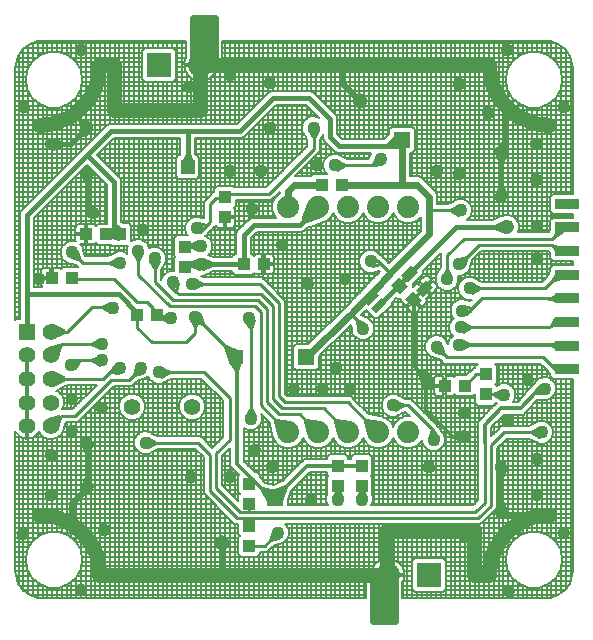
<source format=gbl>
G75*
G70*
%OFA0B0*%
%FSLAX24Y24*%
%IPPOS*%
%LPD*%
%AMOC8*
5,1,8,0,0,1.08239X$1,22.5*
%
%ADD10R,0.0800X0.0800*%
%ADD11C,0.0800*%
%ADD12R,0.0555X0.0555*%
%ADD13C,0.0555*%
%ADD14C,0.0236*%
%ADD15C,0.0560*%
%ADD16R,0.0433X0.0394*%
%ADD17R,0.0394X0.0433*%
%ADD18C,0.0740*%
%ADD19R,0.0827X0.0335*%
%ADD20R,0.0315X0.0472*%
%ADD21R,0.0250X0.0500*%
%ADD22C,0.0160*%
%ADD23R,0.0554X0.0554*%
%ADD24C,0.0436*%
%ADD25C,0.0120*%
%ADD26R,0.0476X0.0476*%
%ADD27R,0.0436X0.0436*%
%ADD28C,0.0100*%
%ADD29C,0.0240*%
%ADD30R,0.0515X0.0515*%
%ADD31C,0.0200*%
%ADD32C,0.0500*%
%ADD33C,0.0560*%
%ADD34C,0.0080*%
%ADD35C,0.0515*%
%ADD36C,0.0320*%
%ADD37C,0.0476*%
D10*
X016117Y003358D03*
X007117Y020358D03*
D11*
X008494Y020358D03*
X014739Y003358D03*
D12*
X002717Y011458D03*
D13*
X002717Y010671D03*
X003504Y010671D03*
X003504Y011458D03*
X003504Y009884D03*
X003504Y009096D03*
X003504Y008309D03*
X002717Y008309D03*
X002717Y009096D03*
X002717Y009884D03*
D14*
X008971Y020609D02*
X008971Y021907D01*
X008971Y020609D02*
X008263Y020609D01*
X008263Y021907D01*
X008971Y021907D01*
X008971Y020844D02*
X008263Y020844D01*
X008263Y021079D02*
X008971Y021079D01*
X008971Y021314D02*
X008263Y021314D01*
X008263Y021549D02*
X008971Y021549D01*
X008971Y021784D02*
X008263Y021784D01*
X014263Y003107D02*
X014263Y001809D01*
X014263Y003107D02*
X014971Y003107D01*
X014971Y001809D01*
X014263Y001809D01*
X014263Y002044D02*
X014971Y002044D01*
X014971Y002279D02*
X014263Y002279D01*
X014263Y002514D02*
X014971Y002514D01*
X014971Y002749D02*
X014263Y002749D01*
X014263Y002984D02*
X014971Y002984D01*
D15*
X008217Y008958D03*
X006217Y008958D03*
D16*
X006382Y012008D03*
X007051Y012008D03*
X005351Y014708D03*
X004682Y014708D03*
X004201Y013258D03*
X003532Y013258D03*
X009932Y013708D03*
X010601Y013708D03*
X012532Y016358D03*
X013201Y016358D03*
G36*
X015117Y013287D02*
X015422Y012982D01*
X015143Y012703D01*
X014838Y013008D01*
X015117Y013287D01*
G37*
G36*
X015590Y012814D02*
X015895Y012509D01*
X015616Y012230D01*
X015311Y012535D01*
X015590Y012814D01*
G37*
X016632Y009658D03*
X017301Y009658D03*
D17*
X018017Y009374D03*
X018017Y010043D03*
X013867Y006993D03*
X013867Y006324D03*
X013067Y006324D03*
X013067Y006993D03*
X010117Y006393D03*
X010117Y005724D03*
X010117Y004993D03*
X010117Y004324D03*
X007967Y013624D03*
X007967Y014293D03*
X009317Y015274D03*
X009317Y015943D03*
D18*
X011417Y015608D03*
X012417Y015608D03*
X013417Y015608D03*
X014417Y015608D03*
X015417Y015608D03*
X015417Y008108D03*
X014417Y008108D03*
X013417Y008108D03*
X012417Y008108D03*
X011417Y008108D03*
D19*
X020717Y010208D03*
X020717Y010996D03*
X020717Y011783D03*
X020717Y012571D03*
X020717Y013358D03*
X020717Y014145D03*
X020717Y014933D03*
X020717Y015720D03*
D20*
G36*
X016022Y013185D02*
X016244Y012963D01*
X015912Y012631D01*
X015690Y012853D01*
X016022Y013185D01*
G37*
G36*
X015521Y013686D02*
X015743Y013464D01*
X015411Y013132D01*
X015189Y013354D01*
X015521Y013686D01*
G37*
D21*
G36*
X014354Y012068D02*
X014177Y012245D01*
X014530Y012598D01*
X014707Y012421D01*
X014354Y012068D01*
G37*
G36*
X014103Y012319D02*
X013926Y012496D01*
X014279Y012849D01*
X014456Y012672D01*
X014103Y012319D01*
G37*
D22*
X014442Y012333D02*
X015110Y013014D01*
X015457Y013368D01*
X017017Y014958D01*
X018303Y014958D01*
X018656Y015104D01*
X018717Y014958D01*
X018656Y014813D01*
X018303Y014958D01*
X018717Y014958D01*
X018517Y015958D02*
X018389Y016012D01*
X018517Y016313D01*
X018644Y016012D01*
X018517Y015958D01*
X018517Y016313D01*
X018517Y017104D01*
X018389Y017405D01*
X018517Y017458D01*
X018654Y017474D01*
X018617Y017798D01*
X018410Y017546D01*
X018517Y017458D01*
X018644Y017405D01*
X018517Y017104D01*
X018517Y017458D01*
X018617Y017558D01*
X018617Y017798D01*
X018617Y019008D01*
X015217Y017858D02*
X015218Y017661D01*
X014724Y017658D01*
X015080Y018001D01*
X015217Y017858D01*
X015017Y017658D01*
X014724Y017658D01*
X013117Y017658D01*
X012817Y017958D01*
X012817Y018558D01*
X012117Y019258D01*
X010917Y019258D01*
X009817Y018158D01*
X008067Y018158D01*
X008067Y017372D01*
X008212Y017019D01*
X008067Y016958D01*
X007921Y017019D01*
X008067Y017372D01*
X008067Y016958D01*
X008067Y018158D02*
X005517Y018158D01*
X004717Y017358D01*
X005617Y016458D01*
X005617Y015001D01*
X005891Y014825D01*
X005817Y014708D01*
X005763Y014836D01*
X005462Y014708D01*
X005763Y014581D01*
X005817Y014708D01*
X005681Y014681D01*
X005617Y015001D01*
X005617Y014908D01*
X005817Y014708D01*
X005462Y014708D01*
X005351Y014708D01*
X004917Y015408D02*
X004991Y015525D01*
X004717Y015701D01*
X004781Y015381D01*
X004917Y015408D01*
X004717Y015608D01*
X004717Y015701D01*
X004717Y016404D01*
X004589Y016705D01*
X004717Y016758D01*
X004844Y016705D01*
X004717Y016404D01*
X004717Y016758D01*
X004717Y017358D02*
X002717Y015358D01*
X002717Y012758D01*
X002767Y012708D01*
X005767Y012708D01*
X006382Y012093D01*
X006382Y012008D01*
X007967Y013624D02*
X008051Y013708D01*
X008162Y013708D01*
X008463Y013836D01*
X008517Y013708D01*
X008570Y013581D01*
X008871Y013708D01*
X008570Y013836D01*
X008517Y013708D01*
X008463Y013581D01*
X008162Y013708D01*
X008517Y013708D01*
X008871Y013708D01*
X009932Y013708D01*
X009932Y014674D01*
X010267Y015008D01*
X011817Y015008D01*
X012063Y015255D01*
X012417Y015608D01*
X014567Y013158D02*
X014167Y012709D01*
X014191Y012584D01*
X016167Y015508D02*
X016117Y015558D01*
X008617Y020358D02*
X008617Y020936D01*
X008617Y021258D01*
X008617Y020358D02*
X008494Y020358D01*
X004768Y018386D02*
X004717Y018258D01*
X004589Y018207D01*
X004466Y018509D01*
X004768Y018386D01*
X004717Y018258D02*
X004589Y018310D01*
X004466Y018008D01*
X004768Y018130D01*
X004717Y018258D01*
X004466Y018509D01*
X004267Y018708D01*
X004267Y018758D01*
X003867Y018358D01*
X003117Y018358D01*
X003570Y017836D02*
X003517Y017708D01*
X003570Y017581D01*
X003871Y017708D01*
X003570Y017836D01*
X003517Y017708D02*
X003871Y017708D01*
X004167Y017708D01*
X004466Y018008D01*
X004717Y018258D01*
X002717Y012758D02*
X002717Y011458D01*
X004589Y007705D02*
X004717Y007758D01*
X004844Y007705D01*
X004717Y007404D01*
X004589Y007705D01*
X004717Y007758D02*
X004717Y007404D01*
X004717Y006613D01*
X004844Y006312D01*
X004717Y006258D01*
X004589Y006312D01*
X004717Y006613D01*
X004717Y006258D01*
X014617Y002458D02*
X014739Y002458D01*
X014739Y002768D01*
X014739Y003358D01*
X018389Y005512D02*
X018517Y005458D01*
X018644Y005512D01*
X018517Y005813D01*
X018389Y005512D01*
X018517Y005484D02*
X018517Y005813D01*
X018517Y006604D01*
X018389Y006905D01*
X018517Y006958D01*
X018644Y006905D01*
X018517Y006604D01*
X018517Y006958D01*
D23*
X012017Y010608D03*
X010967Y005908D03*
X015217Y017858D03*
D24*
X014517Y017208D03*
X012967Y017008D03*
X012367Y017008D03*
X012267Y018258D03*
X010817Y018258D03*
X010517Y016808D03*
X009467Y016808D03*
X010217Y015558D03*
X011217Y014358D03*
X012067Y013058D03*
X013317Y013208D03*
X014167Y013808D03*
X013917Y011558D03*
X013017Y010258D03*
X013467Y009558D03*
X012567Y009558D03*
X011617Y009558D03*
X010167Y008558D03*
X010317Y007508D03*
X010867Y006958D03*
X012167Y005858D03*
X013067Y005858D03*
X013867Y005858D03*
X014717Y004158D03*
X017317Y004608D03*
X018517Y005458D03*
X019717Y006008D03*
X019717Y007208D03*
X019867Y008108D03*
X018717Y008508D03*
X018617Y009358D03*
X019417Y009858D03*
X019967Y009558D03*
X018517Y006958D03*
X017317Y007958D03*
X017267Y008758D03*
X016267Y007858D03*
X016117Y006958D03*
X014917Y009008D03*
X016017Y009908D03*
X016367Y010958D03*
X017117Y011008D03*
X017167Y011608D03*
X017217Y012158D03*
X017467Y012908D03*
X016717Y013208D03*
X017117Y013708D03*
X017167Y015508D03*
X017117Y016708D03*
X016367Y016808D03*
X018067Y018758D03*
X017117Y019708D03*
X018717Y020858D03*
X020617Y018958D03*
X019667Y017708D03*
X018517Y017458D03*
X019667Y016508D03*
X018517Y015958D03*
X019717Y014958D03*
X019717Y013908D03*
X020617Y004758D03*
X018767Y002808D03*
X011067Y004758D03*
X009467Y006608D03*
X008167Y006608D03*
X006667Y007758D03*
X005217Y008908D03*
X004217Y009208D03*
X004217Y008158D03*
X004717Y007758D03*
X003517Y007358D03*
X004717Y006258D03*
X003517Y006008D03*
X002567Y004708D03*
X004517Y002858D03*
X005267Y004858D03*
X007117Y010108D03*
X006517Y010258D03*
X005817Y010258D03*
X005217Y010508D03*
X005217Y011058D03*
X005567Y012258D03*
X005817Y013758D03*
X006417Y014158D03*
X006967Y013908D03*
X007567Y013108D03*
X008217Y013058D03*
X008517Y013708D03*
X008517Y014308D03*
X008367Y014908D03*
X006567Y014858D03*
X004917Y015408D03*
X004217Y014108D03*
X003117Y013208D03*
X004167Y010358D03*
X007517Y011908D03*
X008317Y011958D03*
X010117Y011908D03*
X004717Y016758D03*
X003517Y017708D03*
X004717Y018258D03*
X002617Y018958D03*
X004517Y020858D03*
X008117Y019608D03*
X009467Y020008D03*
X010817Y019758D03*
D25*
X008446Y014450D02*
X008162Y014308D01*
X008446Y014167D01*
X008517Y014308D01*
X008446Y014450D01*
X008517Y014308D02*
X008162Y014308D01*
X007982Y014308D01*
X007967Y014293D01*
X008466Y012009D02*
X008317Y011958D01*
X008266Y011808D01*
X008567Y011708D01*
X008466Y012009D01*
X008317Y011958D02*
X008567Y011708D01*
X009332Y010943D01*
X009735Y010794D01*
X009667Y010608D01*
X009481Y010540D01*
X009332Y010943D01*
X009667Y010608D01*
X009497Y010507D01*
X009717Y010139D01*
X009854Y010545D01*
X009667Y010608D01*
X009717Y010558D01*
X009717Y010139D01*
X009717Y007058D01*
X010217Y006558D01*
X010544Y006231D01*
X011016Y006120D01*
X010967Y005908D01*
X011169Y005831D01*
X011342Y006284D01*
X010889Y006111D01*
X010967Y005908D01*
X010776Y005805D01*
X010544Y006231D01*
X010867Y005908D01*
X010967Y005908D01*
X011342Y006284D01*
X012051Y006993D01*
X013067Y006993D01*
X013867Y006993D01*
X016017Y008858D02*
X016917Y007958D01*
X016962Y007958D01*
X017246Y008100D01*
X017317Y007958D01*
X017246Y007817D01*
X016962Y007958D01*
X017317Y007958D01*
X017967Y007758D02*
X017967Y008358D01*
X018517Y008908D01*
X019167Y008908D01*
X019640Y009421D01*
X019847Y009662D01*
X019967Y009558D01*
X019956Y009401D01*
X019640Y009421D01*
X019767Y009558D01*
X020167Y011008D02*
X020704Y011008D01*
X020717Y010996D01*
X020167Y011008D02*
X017471Y011008D01*
X017187Y010867D01*
X017117Y011008D01*
X017187Y011150D01*
X017471Y011008D01*
X017117Y011008D01*
X016067Y010058D02*
X016017Y009908D01*
X015867Y009858D01*
X015766Y010159D01*
X016067Y010058D01*
X016017Y009908D02*
X015875Y009838D01*
X016017Y009554D01*
X016158Y009838D01*
X016017Y009908D01*
X015766Y010159D01*
X015603Y010322D01*
X015603Y012522D01*
X015603Y012544D01*
X015967Y012908D01*
X015457Y013368D02*
X015466Y013377D01*
X015466Y013409D01*
X015110Y013014D02*
X015129Y012995D01*
X015130Y012995D01*
X016017Y009908D02*
X016017Y009708D01*
X016017Y009554D01*
X016017Y008858D01*
X020692Y011758D02*
X020717Y011783D01*
D26*
X008067Y016958D03*
D27*
X005817Y014708D03*
D28*
X006269Y014079D02*
X006417Y014158D01*
X006564Y014079D01*
X006417Y013804D01*
X006269Y014079D01*
X006417Y014158D02*
X006417Y013804D01*
X006417Y013358D01*
X007467Y012308D01*
X010317Y012308D01*
X010517Y012108D01*
X010517Y009008D01*
X011063Y008462D01*
X011417Y008108D01*
X011117Y008708D02*
X011817Y008708D01*
X012063Y008462D01*
X012417Y008108D01*
X013063Y008462D02*
X012617Y008908D01*
X011217Y008908D01*
X010917Y009208D01*
X010917Y012308D01*
X010517Y012708D01*
X007767Y012708D01*
X007696Y012779D01*
X007458Y012980D01*
X007567Y013108D01*
X007733Y013088D01*
X007696Y012779D01*
X007567Y012908D01*
X007567Y013108D01*
X007567Y012508D02*
X006967Y013108D01*
X006967Y013554D01*
X006819Y013829D01*
X006967Y013908D01*
X007114Y013829D01*
X006967Y013554D01*
X006967Y013908D01*
X008296Y013206D02*
X008217Y013058D01*
X008296Y012910D01*
X008571Y013058D01*
X008296Y013206D01*
X008217Y013058D02*
X008571Y013058D01*
X010467Y013058D01*
X011117Y012408D01*
X011117Y009308D01*
X011317Y009108D01*
X013417Y009108D01*
X014063Y008462D01*
X014417Y008108D01*
X014996Y008860D02*
X014917Y009008D01*
X014996Y009156D01*
X015271Y009008D01*
X014996Y008860D01*
X014917Y009008D02*
X015271Y009008D01*
X015417Y009008D01*
X016216Y008209D01*
X016402Y007959D01*
X016267Y007858D01*
X016109Y007916D01*
X016216Y008209D01*
X016267Y008158D01*
X016267Y007858D01*
X017967Y007758D02*
X017967Y005758D01*
X017696Y005488D01*
X017625Y005458D02*
X010117Y005458D01*
X010117Y005724D01*
X010117Y005458D02*
X009817Y005458D01*
X009017Y006258D01*
X009017Y007408D01*
X009467Y007858D01*
X009467Y009258D01*
X008617Y010108D01*
X007471Y010108D01*
X007196Y009960D01*
X007117Y010108D01*
X007196Y010256D01*
X007471Y010108D01*
X007117Y010108D01*
X006565Y010097D02*
X006517Y010258D01*
X006355Y010307D01*
X006266Y010008D01*
X006565Y010097D01*
X006517Y010258D02*
X006266Y010008D01*
X006117Y009858D01*
X005517Y009858D01*
X004317Y008658D01*
X003867Y008658D01*
X003789Y008581D01*
X003517Y008309D01*
X003504Y008309D01*
X003504Y009884D02*
X003898Y009884D01*
X005242Y009884D01*
X005487Y010129D01*
X005688Y010367D01*
X005817Y010258D01*
X005796Y010091D01*
X005487Y010129D01*
X005617Y010258D01*
X005817Y010258D01*
X005217Y010508D02*
X005137Y010656D01*
X004862Y010508D01*
X005137Y010360D01*
X005217Y010508D01*
X004862Y010508D01*
X004488Y010508D01*
X004301Y010258D01*
X004167Y010358D01*
X004176Y010526D01*
X004488Y010508D01*
X004367Y010508D01*
X004167Y010358D01*
X003782Y010949D02*
X003891Y011058D01*
X004862Y011058D01*
X005137Y011206D01*
X005217Y011058D01*
X005137Y010910D01*
X004862Y011058D01*
X005217Y011058D01*
X005480Y012114D02*
X005213Y012276D01*
X005494Y012410D01*
X005567Y012258D01*
X005480Y012114D01*
X005567Y012258D02*
X005549Y012276D01*
X005213Y012276D01*
X004872Y012276D01*
X004055Y011458D01*
X003898Y011458D01*
X003504Y011458D01*
X003782Y010949D02*
X003504Y010671D01*
X004251Y013208D02*
X004201Y013258D01*
X004251Y013208D02*
X005617Y013208D01*
X006367Y012458D01*
X006717Y012458D01*
X006917Y012258D01*
X006917Y012143D01*
X007051Y012008D01*
X007201Y011908D01*
X007517Y011908D01*
X007448Y012062D01*
X007163Y011934D01*
X007426Y011766D01*
X007517Y011908D01*
X007567Y012508D02*
X010417Y012508D01*
X010717Y012208D01*
X010717Y009108D01*
X011117Y008708D01*
X010314Y008638D02*
X010167Y008558D01*
X010019Y008638D01*
X010167Y008913D01*
X010314Y008638D01*
X010167Y008558D02*
X010167Y008913D01*
X010167Y011558D01*
X009981Y011809D01*
X010117Y011908D01*
X010274Y011850D01*
X010167Y011558D01*
X010167Y011858D01*
X010117Y011908D01*
X008464Y011879D02*
X008317Y011958D01*
X008169Y011879D01*
X008317Y011604D01*
X008464Y011879D01*
X008317Y011958D02*
X008317Y011604D01*
X008317Y011408D01*
X008017Y011108D01*
X006867Y011108D01*
X006382Y011593D01*
X006382Y012008D01*
X005737Y013610D02*
X005817Y013758D01*
X005737Y013906D01*
X005462Y013758D01*
X005737Y013610D01*
X005817Y013758D02*
X005462Y013758D01*
X004567Y013758D01*
X004467Y013858D01*
X004168Y013947D01*
X004217Y014108D01*
X004378Y014157D01*
X004467Y013858D01*
X004217Y014108D01*
X008367Y014908D02*
X008482Y014786D01*
X008709Y015001D01*
X008405Y015072D01*
X008367Y014908D01*
X008617Y014908D01*
X008709Y015001D01*
X008817Y015108D01*
X008817Y015708D01*
X009017Y015908D01*
X009317Y015908D01*
X009317Y015943D01*
X009317Y016058D01*
X010767Y016058D01*
X012267Y017558D01*
X012267Y017904D01*
X012119Y018179D01*
X012267Y018258D01*
X012414Y018179D01*
X012267Y017904D01*
X012267Y018258D01*
X013046Y017156D02*
X012967Y017008D01*
X013046Y016860D01*
X013321Y017008D01*
X013046Y017156D01*
X012967Y017008D02*
X013321Y017008D01*
X014224Y017008D01*
X014367Y017286D01*
X014517Y017208D01*
X014534Y017041D01*
X014224Y017008D01*
X014317Y017008D01*
X014517Y017208D01*
X016167Y015508D02*
X016812Y015508D01*
X017087Y015656D01*
X017167Y015508D01*
X017087Y015360D01*
X016812Y015508D01*
X017167Y015508D01*
X017267Y014558D02*
X020217Y014558D01*
X020267Y014608D01*
X020567Y014808D01*
X020442Y014784D02*
X020442Y014933D01*
X020717Y014933D01*
X020691Y014958D01*
X020467Y014958D01*
X020367Y014858D02*
X020267Y014608D01*
X020442Y014784D01*
X020217Y014358D02*
X020367Y014108D01*
X020430Y014145D02*
X020217Y014358D01*
X020467Y014258D01*
X020430Y014145D02*
X020717Y014145D01*
X020217Y014358D02*
X017767Y014358D01*
X017367Y013959D01*
X017278Y013660D01*
X017117Y013708D01*
X017068Y013869D01*
X017367Y013959D01*
X017117Y013708D01*
X016717Y013563D02*
X016864Y013288D01*
X016717Y013208D01*
X016569Y013288D01*
X016717Y013563D01*
X016717Y014008D01*
X017267Y014558D01*
X016717Y013563D02*
X016717Y013208D01*
X017467Y012908D02*
X017546Y012760D01*
X017821Y012908D01*
X017546Y013056D01*
X017467Y012908D01*
X017821Y012908D01*
X019967Y012908D01*
X020217Y013158D01*
X020367Y013458D01*
X020417Y013358D02*
X020217Y013158D01*
X020517Y013258D01*
X020417Y013358D02*
X020716Y013358D01*
X020717Y013358D01*
X020417Y012658D02*
X020167Y012558D01*
X020117Y012558D02*
X020367Y012508D01*
X020317Y012658D02*
X020067Y012558D01*
X020117Y012558D02*
X020317Y012658D01*
X020717Y012571D02*
X017879Y012571D01*
X017559Y012251D01*
X017332Y012036D01*
X017217Y012158D01*
X017255Y012322D01*
X017559Y012251D01*
X017467Y012158D01*
X017217Y012158D01*
X017246Y011756D02*
X017167Y011608D01*
X017246Y011460D01*
X017521Y011608D01*
X017246Y011756D01*
X017167Y011608D02*
X017521Y011608D01*
X020117Y011608D01*
X020167Y011658D01*
X020317Y011908D01*
X020317Y011808D02*
X020691Y011808D01*
X020717Y011783D01*
X020467Y011758D02*
X020167Y011658D01*
X020317Y011808D01*
X020367Y011108D02*
X020167Y011008D01*
X020367Y010908D01*
X019917Y010608D02*
X020167Y010358D01*
X020367Y010108D01*
X020317Y010208D02*
X020167Y010358D01*
X020367Y010308D01*
X020317Y010208D02*
X020717Y010208D01*
X019967Y009558D02*
X019767Y009558D01*
X019917Y010608D02*
X016717Y010608D01*
X016617Y010708D01*
X016318Y010797D01*
X016367Y010958D01*
X016528Y011007D01*
X016617Y010708D01*
X016367Y010958D01*
X016177Y009957D02*
X016017Y009908D01*
X015969Y009747D01*
X016268Y009658D01*
X016177Y009957D01*
X016017Y009708D02*
X016067Y009658D01*
X016268Y009658D01*
X016632Y009658D01*
X017301Y009658D02*
X017686Y010043D01*
X018017Y010043D01*
X018263Y009374D02*
X018543Y009510D01*
X018617Y009358D01*
X018530Y009214D01*
X018263Y009374D01*
X018017Y009374D01*
X018263Y009374D02*
X018601Y009374D01*
X018617Y009358D01*
X018617Y008108D02*
X019512Y008108D01*
X019787Y008256D01*
X019867Y008108D01*
X019787Y007960D01*
X019512Y008108D01*
X019867Y008108D01*
X018617Y008108D02*
X018196Y007688D01*
X018167Y007617D02*
X018167Y005658D01*
X017796Y005288D01*
X017725Y005258D02*
X010167Y005258D01*
X009717Y005258D01*
X008817Y006158D01*
X008817Y007358D01*
X008417Y007758D01*
X007021Y007758D01*
X006746Y007610D01*
X006667Y007758D01*
X006746Y007906D01*
X007021Y007758D01*
X006667Y007758D01*
X010117Y006393D02*
X010217Y006393D01*
X010217Y006558D01*
X010167Y005258D02*
X010167Y004993D01*
X010117Y004993D01*
X010117Y004324D02*
X010632Y004324D01*
X010816Y004508D01*
X010905Y004807D01*
X011067Y004758D01*
X011115Y004597D01*
X010816Y004508D01*
X011067Y004758D01*
X012919Y005938D02*
X013067Y005858D01*
X013214Y005938D01*
X013067Y006213D01*
X012919Y005938D01*
X013067Y005858D02*
X013067Y006213D01*
X013067Y006324D01*
X013721Y005943D02*
X013867Y005858D01*
X014017Y005933D01*
X013879Y006213D01*
X013721Y005943D01*
X013867Y005858D02*
X013882Y006308D01*
X013867Y006324D01*
X013417Y008108D02*
X013063Y008462D01*
X013749Y011543D02*
X013917Y011558D01*
X013996Y011707D01*
X013721Y011854D01*
X013749Y011543D01*
X013917Y011558D02*
X013917Y011658D01*
X013721Y011854D01*
X013517Y012058D01*
X014817Y013408D02*
X014509Y013716D01*
X014205Y013645D01*
X014167Y013808D01*
X014282Y013931D01*
X014509Y013716D01*
X014417Y013808D01*
X014167Y013808D01*
X018196Y007688D02*
X018186Y007676D01*
X018178Y007662D01*
X018172Y007648D01*
X018168Y007633D01*
X018167Y007617D01*
X017696Y005487D02*
X017684Y005477D01*
X017670Y005469D01*
X017656Y005463D01*
X017641Y005459D01*
X017625Y005458D01*
X017725Y005258D02*
X017741Y005259D01*
X017756Y005263D01*
X017770Y005269D01*
X017784Y005277D01*
X017796Y005287D01*
D29*
X018517Y005458D02*
X018617Y005358D01*
X020117Y005358D01*
X018517Y005458D02*
X018517Y005484D01*
X013517Y012058D02*
X014567Y013158D01*
X014817Y013408D01*
X016117Y014708D01*
X016117Y015558D01*
X016117Y015958D01*
X015717Y016358D01*
X015217Y016358D01*
X013201Y016358D01*
X012532Y016358D02*
X011617Y016358D01*
X011417Y016158D01*
X011417Y015608D01*
X013517Y012058D02*
X012017Y010608D01*
X015217Y016358D02*
X015217Y017858D01*
X013817Y019158D02*
X013217Y019758D01*
X013217Y020358D01*
X004717Y006258D02*
X004217Y005758D01*
X004217Y005008D01*
X005117Y004108D01*
X005117Y003358D01*
X009217Y003358D02*
X009217Y004408D01*
D30*
X009667Y010608D03*
D31*
X011063Y008462D02*
X011474Y008372D01*
X011417Y008108D01*
X011153Y008051D01*
X011063Y008462D01*
X012063Y008462D02*
X012474Y008372D01*
X012417Y008108D01*
X012153Y008051D01*
X012063Y008462D01*
X013063Y008462D02*
X013153Y008051D01*
X013417Y008108D01*
X013474Y008372D01*
X013063Y008462D01*
X014063Y008462D02*
X014474Y008372D01*
X014417Y008108D01*
X014153Y008051D01*
X014063Y008462D01*
X003898Y009884D02*
X003584Y009725D01*
X003504Y009884D01*
X003584Y010042D01*
X003898Y009884D01*
X003673Y010616D02*
X003504Y010671D01*
X003449Y010840D01*
X003782Y010949D01*
X003673Y010616D01*
X003584Y011300D02*
X003504Y011458D01*
X003584Y011617D01*
X003898Y011458D01*
X003584Y011300D01*
X003789Y008581D02*
X003671Y008249D01*
X003504Y008309D01*
X003452Y008479D01*
X003789Y008581D01*
D32*
X003117Y005358D02*
X003212Y005356D01*
X003307Y005349D01*
X003402Y005338D01*
X003496Y005322D01*
X003589Y005302D01*
X003680Y005277D01*
X003771Y005248D01*
X003860Y005215D01*
X003948Y005177D01*
X004033Y005136D01*
X004117Y005090D01*
X004198Y005041D01*
X004277Y004987D01*
X004353Y004930D01*
X004427Y004869D01*
X004497Y004805D01*
X004564Y004738D01*
X004628Y004668D01*
X004689Y004594D01*
X004746Y004518D01*
X004800Y004439D01*
X004849Y004358D01*
X004895Y004274D01*
X004936Y004189D01*
X004974Y004101D01*
X005007Y004012D01*
X005036Y003921D01*
X005061Y003830D01*
X005081Y003737D01*
X005097Y003643D01*
X005108Y003548D01*
X005115Y003453D01*
X005117Y003358D01*
X009217Y003358D01*
X014717Y003358D01*
X014717Y004858D01*
X017617Y004858D01*
X017617Y003358D01*
X018117Y003358D01*
X018119Y003453D01*
X018126Y003548D01*
X018137Y003643D01*
X018153Y003737D01*
X018173Y003830D01*
X018198Y003921D01*
X018227Y004012D01*
X018260Y004101D01*
X018298Y004189D01*
X018339Y004274D01*
X018385Y004358D01*
X018434Y004439D01*
X018488Y004518D01*
X018545Y004594D01*
X018606Y004668D01*
X018670Y004738D01*
X018737Y004805D01*
X018807Y004869D01*
X018881Y004930D01*
X018957Y004987D01*
X019036Y005041D01*
X019117Y005090D01*
X019201Y005136D01*
X019286Y005177D01*
X019374Y005215D01*
X019463Y005248D01*
X019554Y005277D01*
X019645Y005302D01*
X019738Y005322D01*
X019832Y005338D01*
X019927Y005349D01*
X020022Y005356D01*
X020117Y005358D01*
X008494Y018858D02*
X008494Y020358D01*
X013217Y020358D01*
X018117Y020358D01*
X018119Y020263D01*
X018126Y020168D01*
X018137Y020073D01*
X018153Y019979D01*
X018173Y019886D01*
X018198Y019795D01*
X018227Y019704D01*
X018260Y019615D01*
X018298Y019527D01*
X018339Y019442D01*
X018385Y019358D01*
X018434Y019277D01*
X018488Y019198D01*
X018545Y019122D01*
X018606Y019048D01*
X018670Y018978D01*
X018737Y018911D01*
X018807Y018847D01*
X018881Y018786D01*
X018957Y018729D01*
X019036Y018675D01*
X019117Y018626D01*
X019201Y018580D01*
X019286Y018539D01*
X019374Y018501D01*
X019463Y018468D01*
X019554Y018439D01*
X019645Y018414D01*
X019738Y018394D01*
X019832Y018378D01*
X019927Y018367D01*
X020022Y018360D01*
X020117Y018358D01*
X008494Y018858D02*
X005617Y018858D01*
X005617Y020358D01*
X005117Y020358D01*
X005115Y020263D01*
X005108Y020168D01*
X005097Y020073D01*
X005081Y019979D01*
X005061Y019886D01*
X005036Y019795D01*
X005007Y019704D01*
X004974Y019615D01*
X004936Y019527D01*
X004895Y019442D01*
X004849Y019358D01*
X004800Y019277D01*
X004746Y019198D01*
X004689Y019122D01*
X004628Y019048D01*
X004564Y018978D01*
X004497Y018911D01*
X004427Y018847D01*
X004353Y018786D01*
X004277Y018729D01*
X004198Y018675D01*
X004117Y018626D01*
X004033Y018580D01*
X003948Y018539D01*
X003860Y018501D01*
X003771Y018468D01*
X003680Y018439D01*
X003589Y018414D01*
X003496Y018394D01*
X003402Y018378D01*
X003307Y018367D01*
X003212Y018360D01*
X003117Y018358D01*
D33*
X014717Y003358D02*
X014739Y003358D01*
D34*
X002592Y002834D02*
X002425Y003064D01*
X002338Y003334D01*
X002326Y003476D01*
X002326Y008158D01*
X002330Y008149D01*
X002359Y008090D01*
X002398Y008037D01*
X002445Y007990D01*
X002498Y007952D01*
X002556Y007922D01*
X002619Y007902D01*
X002678Y007892D01*
X002678Y008270D01*
X002755Y008270D01*
X002755Y007892D01*
X002814Y007902D01*
X002877Y007922D01*
X002935Y007952D01*
X002988Y007990D01*
X003035Y008037D01*
X003074Y008090D01*
X003100Y008141D01*
X003133Y008061D01*
X003256Y007938D01*
X003417Y007871D01*
X003591Y007871D01*
X003752Y007938D01*
X003875Y008061D01*
X003895Y008109D01*
X003899Y008114D01*
X003913Y008152D01*
X003941Y008222D01*
X003941Y008233D01*
X004018Y008448D01*
X004230Y008448D01*
X004404Y008448D01*
X005604Y009648D01*
X006030Y009648D01*
X006204Y009648D01*
X006353Y009798D01*
X006377Y009822D01*
X006542Y009871D01*
X006572Y009880D01*
X006592Y009880D01*
X006643Y009902D01*
X006708Y009921D01*
X006713Y009931D01*
X006731Y009938D01*
X006764Y009971D01*
X006796Y009894D01*
X006902Y009788D01*
X007041Y009730D01*
X007192Y009730D01*
X007209Y009737D01*
X007219Y009734D01*
X007219Y009734D01*
X007279Y009767D01*
X007331Y009788D01*
X007345Y009802D01*
X007524Y009898D01*
X007558Y009898D01*
X008530Y009898D01*
X009257Y009171D01*
X009257Y007945D01*
X008930Y007618D01*
X008930Y007618D01*
X008892Y007580D01*
X008504Y007968D01*
X008330Y007968D01*
X007074Y007968D01*
X006895Y008065D01*
X006881Y008079D01*
X006829Y008100D01*
X006828Y008101D01*
X006769Y008132D01*
X006759Y008129D01*
X006742Y008136D01*
X006591Y008136D01*
X006452Y008079D01*
X006346Y007973D01*
X006288Y007834D01*
X006288Y007683D01*
X006346Y007544D01*
X006452Y007438D01*
X006591Y007380D01*
X006742Y007380D01*
X006759Y007387D01*
X006769Y007384D01*
X006769Y007384D01*
X006829Y007416D01*
X006881Y007438D01*
X006895Y007452D01*
X007074Y007548D01*
X008330Y007548D01*
X008607Y007271D01*
X008607Y006245D01*
X008607Y006071D01*
X009630Y005048D01*
X009760Y005048D01*
X009760Y004710D01*
X009812Y004658D01*
X009760Y004607D01*
X009760Y004041D01*
X009853Y003947D01*
X010380Y003947D01*
X010473Y004041D01*
X010473Y004114D01*
X010719Y004114D01*
X010842Y004237D01*
X010927Y004322D01*
X011092Y004371D01*
X011122Y004380D01*
X011142Y004380D01*
X011193Y004402D01*
X011258Y004421D01*
X011263Y004431D01*
X011281Y004438D01*
X011387Y004544D01*
X011445Y004683D01*
X011445Y004834D01*
X011387Y004973D01*
X011311Y005048D01*
X017812Y005048D01*
X017830Y005066D01*
X017857Y005078D01*
X017883Y005078D01*
X018254Y005448D01*
X018376Y005571D01*
X018376Y007530D01*
X018376Y007571D01*
X018704Y007898D01*
X019425Y007898D01*
X019459Y007898D01*
X019610Y007817D01*
X019618Y007813D01*
X019638Y007802D01*
X019652Y007788D01*
X019704Y007767D01*
X019764Y007734D01*
X019774Y007737D01*
X019791Y007730D01*
X019942Y007730D01*
X020081Y007788D01*
X020187Y007894D01*
X020245Y008033D01*
X020245Y008184D01*
X020187Y008323D01*
X020081Y008429D01*
X019942Y008486D01*
X019791Y008486D01*
X019774Y008479D01*
X019764Y008482D01*
X019764Y008482D01*
X019764Y008482D01*
X019710Y008453D01*
X019704Y008450D01*
X019652Y008429D01*
X019638Y008415D01*
X019459Y008318D01*
X019425Y008318D01*
X018530Y008318D01*
X018407Y008195D01*
X018186Y007975D01*
X018186Y008267D01*
X018608Y008688D01*
X019081Y008688D01*
X019084Y008685D01*
X019171Y008688D01*
X019258Y008688D01*
X019261Y008692D01*
X019266Y008692D01*
X019325Y008756D01*
X019386Y008817D01*
X019386Y008822D01*
X019730Y009195D01*
X019880Y009185D01*
X019891Y009180D01*
X019954Y009180D01*
X020033Y009175D01*
X020039Y009180D01*
X020042Y009180D01*
X020181Y009238D01*
X020287Y009344D01*
X020345Y009483D01*
X020345Y009634D01*
X020287Y009773D01*
X020181Y009879D01*
X020042Y009936D01*
X019891Y009936D01*
X019752Y009879D01*
X019748Y009875D01*
X019739Y009874D01*
X019689Y009816D01*
X019646Y009773D01*
X019640Y009759D01*
X019633Y009751D01*
X019483Y009576D01*
X019426Y009526D01*
X019425Y009513D01*
X019070Y009128D01*
X018921Y009128D01*
X018937Y009144D01*
X018995Y009283D01*
X018995Y009434D01*
X018937Y009573D01*
X018831Y009679D01*
X018692Y009736D01*
X018541Y009736D01*
X018536Y009734D01*
X018530Y009737D01*
X018477Y009711D01*
X018461Y009703D01*
X018402Y009679D01*
X018394Y009671D01*
X018371Y009659D01*
X018321Y009708D01*
X018373Y009760D01*
X018373Y010326D01*
X018301Y010398D01*
X019830Y010398D01*
X019957Y010271D01*
X020000Y010228D01*
X020031Y010176D01*
X020047Y010172D01*
X020143Y010052D01*
X020143Y009975D01*
X020237Y009881D01*
X020907Y009881D01*
X020907Y003476D01*
X020895Y003334D01*
X020808Y003064D01*
X020641Y002834D01*
X020411Y002667D01*
X020141Y002580D01*
X019999Y002568D01*
X019962Y002568D01*
X019911Y002568D01*
X015229Y002568D01*
X015229Y003131D01*
X015239Y003151D01*
X015265Y003232D01*
X015279Y003316D01*
X015279Y003318D01*
X015121Y003318D01*
X015557Y003318D01*
X015557Y003158D02*
X015241Y003158D01*
X015237Y003146D02*
X015237Y002568D01*
X015229Y002678D02*
X020426Y002678D01*
X020357Y002650D02*
X020357Y003280D01*
X020340Y003251D02*
X020504Y003535D01*
X020504Y003535D01*
X020561Y003858D01*
X020561Y003858D01*
X020504Y004181D01*
X020504Y004181D01*
X020340Y004465D01*
X020340Y004465D01*
X020089Y004676D01*
X020089Y004676D01*
X019781Y004788D01*
X019780Y004788D01*
X019616Y004788D01*
X019453Y004788D01*
X019453Y004788D01*
X019144Y004676D01*
X018893Y004465D01*
X018729Y004181D01*
X018672Y003858D01*
X018729Y003535D01*
X018893Y003251D01*
X019144Y003041D01*
X019144Y003041D01*
X019453Y002928D01*
X019534Y002928D01*
X019617Y002928D01*
X019780Y002928D01*
X019781Y002928D01*
X020089Y003041D01*
X020340Y003251D01*
X020340Y003251D01*
X020340Y003251D01*
X020379Y003318D02*
X020890Y003318D01*
X020907Y003478D02*
X020471Y003478D01*
X020517Y003607D02*
X020517Y002744D01*
X020644Y002838D02*
X016623Y002838D01*
X016583Y002798D02*
X016676Y002892D01*
X016676Y003825D01*
X016583Y003918D01*
X015650Y003918D01*
X015557Y003825D01*
X015557Y005048D01*
X015717Y005048D02*
X015717Y003918D01*
X015877Y003918D02*
X015877Y005048D01*
X016037Y005048D02*
X016037Y003918D01*
X016197Y003918D02*
X016197Y005048D01*
X016357Y005048D02*
X016357Y003918D01*
X016517Y003918D02*
X016517Y005048D01*
X016677Y005048D02*
X016677Y002568D01*
X016837Y002568D02*
X016837Y005048D01*
X016997Y005048D02*
X016997Y002568D01*
X017157Y002568D02*
X017157Y005048D01*
X017317Y005048D02*
X017317Y002568D01*
X017477Y002568D02*
X017477Y005048D01*
X017637Y005048D02*
X017637Y002568D01*
X017797Y002568D02*
X017797Y005048D01*
X017884Y005078D02*
X020907Y005078D01*
X020907Y004918D02*
X011409Y004918D01*
X011397Y004950D02*
X011397Y005048D01*
X011557Y005048D02*
X011557Y002568D01*
X011717Y002568D02*
X011717Y005048D01*
X011877Y005048D02*
X011877Y002568D01*
X012037Y002568D02*
X012037Y005048D01*
X012197Y005048D02*
X012197Y002568D01*
X012357Y002568D02*
X012357Y005048D01*
X012517Y005048D02*
X012517Y002568D01*
X012677Y002568D02*
X012677Y005048D01*
X012837Y005048D02*
X012837Y002568D01*
X012997Y002568D02*
X012997Y005048D01*
X013157Y005048D02*
X013157Y002568D01*
X013317Y002568D02*
X013317Y005048D01*
X013477Y005048D02*
X013477Y002568D01*
X013637Y002568D02*
X013637Y005048D01*
X013797Y005048D02*
X013797Y002568D01*
X013957Y002568D02*
X013957Y005048D01*
X014117Y005048D02*
X014117Y003321D01*
X014113Y003318D02*
X004379Y003318D01*
X004357Y003280D02*
X004357Y002568D01*
X004517Y002568D02*
X004517Y003607D01*
X004522Y003638D02*
X014275Y003638D01*
X014277Y003641D02*
X014277Y005048D01*
X014437Y005048D02*
X014437Y003806D01*
X014426Y003798D02*
X004550Y003798D01*
X004561Y003858D02*
X004561Y003858D01*
X004504Y003535D01*
X004504Y003535D01*
X004340Y003251D01*
X004340Y003251D01*
X004340Y003251D01*
X004089Y003041D01*
X004089Y003041D01*
X003780Y002928D01*
X003699Y002928D01*
X003616Y002928D01*
X003453Y002928D01*
X003453Y002928D01*
X003144Y003041D01*
X003144Y003041D01*
X002893Y003251D01*
X002893Y003251D01*
X002729Y003535D01*
X002729Y003535D01*
X002672Y003858D01*
X002672Y003858D01*
X002729Y004181D01*
X002729Y004181D01*
X002893Y004465D01*
X002893Y004465D01*
X002893Y004465D01*
X003144Y004676D01*
X003144Y004676D01*
X003453Y004788D01*
X003453Y004788D01*
X003534Y004788D01*
X003587Y004788D01*
X003617Y004788D01*
X003699Y004788D01*
X003780Y004788D01*
X003781Y004788D01*
X004089Y004676D01*
X004089Y004676D01*
X004340Y004465D01*
X004340Y004465D01*
X004504Y004181D01*
X004504Y004181D01*
X004561Y003858D01*
X004543Y003958D02*
X009842Y003958D01*
X009797Y004004D02*
X009797Y002568D01*
X009957Y002568D02*
X009957Y003947D01*
X010117Y003947D02*
X010117Y002568D01*
X010277Y002568D02*
X010277Y003947D01*
X010391Y003958D02*
X018690Y003958D01*
X018672Y003858D02*
X018672Y003858D01*
X018683Y003798D02*
X016676Y003798D01*
X016676Y003638D02*
X018711Y003638D01*
X018729Y003535D02*
X018729Y003535D01*
X018757Y003488D02*
X018757Y002568D01*
X018917Y002568D02*
X018917Y003232D01*
X018893Y003251D02*
X018893Y003251D01*
X018854Y003318D02*
X016676Y003318D01*
X016676Y003158D02*
X019004Y003158D01*
X019077Y003098D02*
X019077Y002568D01*
X019237Y002568D02*
X019237Y003007D01*
X019260Y002998D02*
X016676Y002998D01*
X016583Y002798D02*
X015650Y002798D01*
X015557Y002892D01*
X015557Y002568D01*
X015717Y002568D02*
X015717Y002798D01*
X015610Y002838D02*
X015229Y002838D01*
X015229Y002998D02*
X015557Y002998D01*
X015557Y002892D02*
X015557Y003825D01*
X015557Y003798D02*
X015052Y003798D01*
X015077Y003780D02*
X015077Y005048D01*
X015237Y005048D02*
X015237Y003570D01*
X015239Y003566D02*
X015200Y003641D01*
X015150Y003710D01*
X015090Y003770D01*
X015022Y003820D01*
X014946Y003859D01*
X014865Y003885D01*
X014781Y003898D01*
X014779Y003898D01*
X014779Y003399D01*
X014699Y003399D01*
X014699Y003898D01*
X014696Y003898D01*
X014612Y003885D01*
X014531Y003859D01*
X014456Y003820D01*
X014387Y003770D01*
X014327Y003710D01*
X014277Y003641D01*
X014238Y003566D01*
X014212Y003485D01*
X014199Y003401D01*
X014199Y003398D01*
X014698Y003398D01*
X014698Y003366D01*
X014656Y003366D01*
X014656Y003318D01*
X014577Y003318D01*
X014577Y003366D01*
X014237Y003366D01*
X014187Y003356D01*
X014140Y003337D01*
X014098Y003309D01*
X014062Y003273D01*
X014033Y003230D01*
X014014Y003183D01*
X014004Y003133D01*
X014004Y002568D01*
X003235Y002568D01*
X003092Y002580D01*
X002822Y002667D01*
X002592Y002834D01*
X002590Y002838D02*
X014004Y002838D01*
X014004Y002678D02*
X002807Y002678D01*
X002757Y002715D02*
X002757Y003488D01*
X002762Y003478D02*
X002326Y003478D01*
X002343Y003318D02*
X002854Y003318D01*
X002917Y003232D02*
X002917Y002637D01*
X003077Y002585D02*
X003077Y003098D01*
X003004Y003158D02*
X002395Y003158D01*
X002437Y003049D02*
X002437Y007998D01*
X002489Y007958D02*
X002326Y007958D01*
X002326Y007798D02*
X006288Y007798D01*
X006307Y007638D02*
X002326Y007638D01*
X002326Y007478D02*
X006412Y007478D01*
X006437Y007454D02*
X006437Y002568D01*
X006597Y002568D02*
X006597Y007380D01*
X006757Y007386D02*
X006757Y002568D01*
X006917Y002568D02*
X006917Y007464D01*
X006944Y007478D02*
X008400Y007478D01*
X008357Y007521D02*
X008357Y002568D01*
X008517Y002568D02*
X008517Y007361D01*
X008560Y007318D02*
X002326Y007318D01*
X002326Y007158D02*
X008607Y007158D01*
X008607Y006998D02*
X002326Y006998D01*
X002326Y006838D02*
X008607Y006838D01*
X008607Y006678D02*
X002326Y006678D01*
X002326Y006518D02*
X008607Y006518D01*
X008607Y006358D02*
X002326Y006358D01*
X002326Y006198D02*
X008607Y006198D01*
X008640Y006038D02*
X002326Y006038D01*
X002326Y005878D02*
X008800Y005878D01*
X008837Y005841D02*
X008837Y002568D01*
X008997Y002568D02*
X008997Y005681D01*
X008960Y005718D02*
X002326Y005718D01*
X002326Y005558D02*
X009120Y005558D01*
X009157Y005521D02*
X009157Y002568D01*
X009317Y002568D02*
X009317Y005361D01*
X009280Y005398D02*
X002326Y005398D01*
X002326Y005238D02*
X009440Y005238D01*
X009477Y005201D02*
X009477Y002568D01*
X009637Y002568D02*
X009637Y005048D01*
X009600Y005078D02*
X002326Y005078D01*
X002326Y004918D02*
X009760Y004918D01*
X009760Y004758D02*
X003863Y004758D01*
X003877Y004753D02*
X003877Y008065D01*
X003901Y008118D02*
X006548Y008118D01*
X006597Y008136D02*
X006597Y008726D01*
X006590Y008709D02*
X006656Y008871D01*
X006656Y009046D01*
X006590Y009208D01*
X006466Y009331D01*
X006304Y009398D01*
X006129Y009398D01*
X005967Y009331D01*
X005844Y009208D01*
X005777Y009046D01*
X005777Y008871D01*
X005844Y008709D01*
X005967Y008585D01*
X006129Y008518D01*
X006304Y008518D01*
X006466Y008585D01*
X006590Y008709D01*
X006610Y008758D02*
X007823Y008758D01*
X007844Y008709D02*
X007967Y008585D01*
X008129Y008518D01*
X008304Y008518D01*
X008466Y008585D01*
X008590Y008709D01*
X008656Y008871D01*
X008656Y009046D01*
X008590Y009208D01*
X008466Y009331D01*
X008304Y009398D01*
X008129Y009398D01*
X007967Y009331D01*
X007844Y009208D01*
X007777Y009046D01*
X007777Y008871D01*
X007844Y008709D01*
X007877Y008676D02*
X007877Y007968D01*
X008037Y007968D02*
X008037Y008557D01*
X007954Y008598D02*
X006479Y008598D01*
X006437Y008573D02*
X006437Y008063D01*
X006340Y007958D02*
X003772Y007958D01*
X003717Y007923D02*
X003717Y004788D01*
X003557Y004788D02*
X003557Y007871D01*
X003397Y007880D02*
X003397Y004768D01*
X003370Y004758D02*
X002326Y004758D01*
X002326Y004598D02*
X003052Y004598D01*
X003077Y004619D02*
X003077Y008096D01*
X003088Y008118D02*
X003109Y008118D01*
X003236Y007958D02*
X002944Y007958D01*
X002917Y007942D02*
X002917Y004485D01*
X002878Y004438D02*
X002326Y004438D01*
X002326Y004278D02*
X002785Y004278D01*
X002757Y004229D02*
X002757Y007892D01*
X002755Y007958D02*
X002678Y007958D01*
X002597Y007909D02*
X002597Y002831D01*
X002473Y002998D02*
X003260Y002998D01*
X003237Y003007D02*
X003237Y002568D01*
X003397Y002568D02*
X003397Y002949D01*
X003557Y002928D02*
X003557Y002568D01*
X003717Y002568D02*
X003717Y002928D01*
X003877Y002963D02*
X003877Y002568D01*
X004037Y002568D02*
X004037Y003022D01*
X003973Y002998D02*
X014004Y002998D01*
X014009Y003158D02*
X004229Y003158D01*
X004197Y003131D02*
X004197Y002568D01*
X004677Y002568D02*
X004677Y008721D01*
X004714Y008758D02*
X005823Y008758D01*
X005797Y008823D02*
X005797Y002568D01*
X005957Y002568D02*
X005957Y008596D01*
X005954Y008598D02*
X004554Y008598D01*
X004517Y008561D02*
X004517Y004110D01*
X004515Y004118D02*
X009760Y004118D01*
X009760Y004278D02*
X004448Y004278D01*
X004357Y004437D02*
X004357Y008448D01*
X004197Y008448D02*
X004197Y004586D01*
X004181Y004598D02*
X009760Y004598D01*
X009797Y004643D02*
X009797Y004673D01*
X009760Y004438D02*
X004355Y004438D01*
X004037Y004695D02*
X004037Y008448D01*
X004014Y008438D02*
X009257Y008438D01*
X009257Y008278D02*
X003957Y008278D01*
X003883Y008868D02*
X004230Y008868D01*
X005035Y009674D01*
X004059Y009674D01*
X004043Y009666D01*
X004028Y009653D01*
X003997Y009643D01*
X003764Y009525D01*
X003752Y009513D01*
X003697Y009490D01*
X003752Y009467D01*
X003875Y009344D01*
X003941Y009183D01*
X003941Y009009D01*
X003883Y008868D01*
X003904Y008918D02*
X004280Y008918D01*
X004197Y008868D02*
X004197Y009674D01*
X004357Y009674D02*
X004357Y008995D01*
X004440Y009078D02*
X003941Y009078D01*
X003919Y009238D02*
X004600Y009238D01*
X004677Y009315D02*
X004677Y009674D01*
X004837Y009674D02*
X004837Y009475D01*
X004760Y009398D02*
X003820Y009398D01*
X003877Y009340D02*
X003877Y009582D01*
X003830Y009558D02*
X004920Y009558D01*
X004997Y009635D02*
X004997Y009674D01*
X005317Y009361D02*
X005317Y002568D01*
X005477Y002568D02*
X005477Y009521D01*
X005514Y009558D02*
X008870Y009558D01*
X008837Y009591D02*
X008837Y007635D01*
X008833Y007638D02*
X008950Y007638D01*
X008997Y007685D02*
X008997Y009431D01*
X009030Y009398D02*
X005354Y009398D01*
X005194Y009238D02*
X005874Y009238D01*
X005957Y009321D02*
X005957Y009648D01*
X006117Y009648D02*
X006117Y009393D01*
X006277Y009398D02*
X006277Y009721D01*
X006274Y009718D02*
X008710Y009718D01*
X008677Y009751D02*
X008677Y007795D01*
X008673Y007798D02*
X009110Y007798D01*
X009157Y007845D02*
X009157Y009271D01*
X009190Y009238D02*
X008559Y009238D01*
X008517Y009281D02*
X008517Y009898D01*
X008550Y009878D02*
X007487Y009878D01*
X007557Y009898D02*
X007557Y007968D01*
X007717Y007968D02*
X007717Y009898D01*
X007877Y009898D02*
X007877Y009241D01*
X007874Y009238D02*
X006559Y009238D01*
X006597Y009191D02*
X006597Y009882D01*
X006566Y009878D02*
X006812Y009878D01*
X006757Y009964D02*
X006757Y008130D01*
X006769Y008132D02*
X006769Y008132D01*
X006795Y008118D02*
X009257Y008118D01*
X009257Y007958D02*
X008513Y007958D01*
X008517Y007955D02*
X008517Y008636D01*
X008479Y008598D02*
X009257Y008598D01*
X009257Y008758D02*
X008610Y008758D01*
X008656Y008918D02*
X009257Y008918D01*
X009257Y009078D02*
X008643Y009078D01*
X008357Y009377D02*
X008357Y009898D01*
X008197Y009898D02*
X008197Y009398D01*
X008037Y009360D02*
X008037Y009898D01*
X007397Y009830D02*
X007397Y007968D01*
X007237Y007968D02*
X007237Y009744D01*
X007077Y009730D02*
X007077Y007968D01*
X006917Y008053D02*
X006917Y009782D01*
X006542Y009871D02*
X006542Y009871D01*
X006437Y009840D02*
X006437Y009344D01*
X006643Y009078D02*
X007790Y009078D01*
X007777Y008918D02*
X006656Y008918D01*
X006277Y008518D02*
X006277Y002568D01*
X006117Y002568D02*
X006117Y008524D01*
X005777Y008918D02*
X004874Y008918D01*
X004837Y008881D02*
X004837Y002568D01*
X004997Y002568D02*
X004997Y009041D01*
X005034Y009078D02*
X005790Y009078D01*
X005797Y009094D02*
X005797Y009648D01*
X005637Y009648D02*
X005637Y002568D01*
X005157Y002568D02*
X005157Y009201D01*
X004517Y009155D02*
X004517Y009674D01*
X004037Y009660D02*
X004037Y008868D01*
X003717Y009482D02*
X003717Y009498D01*
X002755Y009513D02*
X002755Y009135D01*
X002678Y009135D01*
X002678Y009513D01*
X002678Y009845D01*
X002755Y009845D01*
X002755Y009513D01*
X002755Y009558D02*
X002678Y009558D01*
X002678Y009398D02*
X002755Y009398D01*
X002755Y009238D02*
X002678Y009238D01*
X002678Y009057D02*
X002755Y009057D01*
X002755Y008725D01*
X002755Y008348D01*
X002678Y008348D01*
X002678Y008725D01*
X002678Y009057D01*
X002678Y008918D02*
X002755Y008918D01*
X002755Y008758D02*
X002678Y008758D01*
X002678Y008598D02*
X002755Y008598D01*
X002755Y008438D02*
X002678Y008438D01*
X002678Y008118D02*
X002755Y008118D01*
X002345Y008118D02*
X002326Y008118D01*
X003237Y007958D02*
X003237Y004710D01*
X002718Y004118D02*
X002326Y004118D01*
X002326Y003958D02*
X002690Y003958D01*
X002683Y003798D02*
X002326Y003798D01*
X002326Y003638D02*
X002711Y003638D01*
X004471Y003478D02*
X014211Y003478D01*
X014277Y003398D02*
X014277Y003366D01*
X014437Y003366D02*
X014437Y003398D01*
X014597Y003398D02*
X014597Y003318D01*
X014577Y003318D02*
X014656Y003318D01*
X014757Y003399D02*
X014757Y005048D01*
X014917Y005048D02*
X014917Y003868D01*
X014779Y003798D02*
X014699Y003798D01*
X014597Y003880D02*
X014597Y005048D01*
X014597Y005668D02*
X014597Y007609D01*
X014667Y007638D02*
X015166Y007638D01*
X015116Y007659D02*
X015311Y007578D01*
X015522Y007578D01*
X015717Y007659D01*
X015866Y007808D01*
X015888Y007863D01*
X015888Y007783D01*
X015946Y007644D01*
X016052Y007538D01*
X016191Y007480D01*
X016342Y007480D01*
X016481Y007538D01*
X016587Y007644D01*
X016645Y007783D01*
X016645Y007934D01*
X016619Y007995D01*
X016622Y008014D01*
X016598Y008046D01*
X016587Y008073D01*
X016554Y008106D01*
X016476Y008210D01*
X016476Y008245D01*
X016391Y008331D01*
X016370Y008376D01*
X016347Y008385D01*
X016333Y008404D01*
X016315Y008407D01*
X015504Y009218D01*
X015330Y009218D01*
X015324Y009218D01*
X015145Y009315D01*
X015131Y009329D01*
X015079Y009350D01*
X015078Y009351D01*
X015019Y009382D01*
X015009Y009379D01*
X014992Y009386D01*
X014841Y009386D01*
X014702Y009329D01*
X014596Y009223D01*
X014538Y009084D01*
X014538Y008933D01*
X014596Y008794D01*
X014702Y008688D01*
X014841Y008630D01*
X014992Y008630D01*
X015009Y008637D01*
X015019Y008634D01*
X015019Y008634D01*
X015079Y008667D01*
X015131Y008688D01*
X015145Y008702D01*
X015324Y008798D01*
X015330Y008798D01*
X015490Y008638D01*
X015311Y008638D01*
X015116Y008558D01*
X014967Y008409D01*
X014916Y008286D01*
X014866Y008409D01*
X014717Y008558D01*
X014583Y008613D01*
X014580Y008615D01*
X014576Y008616D01*
X014522Y008638D01*
X014474Y008638D01*
X014164Y008706D01*
X014160Y008709D01*
X014114Y008717D01*
X014102Y008719D01*
X013626Y009195D01*
X013504Y009318D01*
X011404Y009318D01*
X011326Y009395D01*
X011326Y012321D01*
X011326Y012495D01*
X010676Y013145D01*
X010554Y013268D01*
X008624Y013268D01*
X008509Y013330D01*
X008592Y013330D01*
X008619Y013342D01*
X008620Y013342D01*
X008664Y013360D01*
X008731Y013388D01*
X008732Y013389D01*
X008920Y013468D01*
X009555Y013468D01*
X009555Y013445D01*
X009649Y013352D01*
X010215Y013352D01*
X010281Y013418D01*
X010299Y013400D01*
X010331Y013381D01*
X010366Y013372D01*
X010561Y013372D01*
X010561Y013668D01*
X010641Y013668D01*
X010641Y013372D01*
X010836Y013372D01*
X010872Y013381D01*
X010904Y013400D01*
X010930Y013426D01*
X010948Y013458D01*
X010958Y013493D01*
X010958Y013668D01*
X010641Y013668D01*
X010641Y013748D01*
X010958Y013748D01*
X010958Y013924D01*
X010948Y013959D01*
X010930Y013991D01*
X010904Y014017D01*
X010872Y014036D01*
X010836Y014045D01*
X010641Y014045D01*
X010641Y013749D01*
X010561Y013749D01*
X010561Y014045D01*
X010366Y014045D01*
X010331Y014036D01*
X010299Y014017D01*
X010281Y013999D01*
X010215Y014065D01*
X010172Y014065D01*
X010172Y014574D01*
X010366Y014768D01*
X011864Y014768D01*
X011952Y014805D01*
X012020Y014872D01*
X012081Y014934D01*
X012114Y014933D01*
X012126Y014937D01*
X012140Y014938D01*
X012185Y014959D01*
X012511Y015078D01*
X012522Y015078D01*
X012609Y015114D01*
X012659Y015133D01*
X012664Y015137D01*
X012717Y015159D01*
X012866Y015308D01*
X012916Y015431D01*
X012967Y015308D01*
X013116Y015159D01*
X013311Y015078D01*
X013522Y015078D01*
X013717Y015159D01*
X013866Y015308D01*
X013916Y015431D01*
X013967Y015308D01*
X014116Y015159D01*
X014311Y015078D01*
X014522Y015078D01*
X014717Y015159D01*
X014866Y015308D01*
X014916Y015431D01*
X014967Y015308D01*
X015116Y015159D01*
X015311Y015078D01*
X015522Y015078D01*
X015717Y015159D01*
X015837Y015279D01*
X015837Y014824D01*
X014767Y013755D01*
X014719Y013803D01*
X014716Y013806D01*
X014716Y013809D01*
X014699Y013826D01*
X014693Y013849D01*
X014640Y013882D01*
X014504Y014018D01*
X014495Y014018D01*
X014430Y014080D01*
X014381Y014129D01*
X014376Y014131D01*
X014363Y014143D01*
X014348Y014142D01*
X014242Y014186D01*
X014091Y014186D01*
X013952Y014129D01*
X013846Y014023D01*
X013788Y013884D01*
X013788Y013733D01*
X013846Y013594D01*
X013952Y013488D01*
X014091Y013430D01*
X014153Y013430D01*
X014169Y013420D01*
X014211Y013430D01*
X014242Y013430D01*
X014283Y013447D01*
X014338Y013460D01*
X014338Y013460D01*
X014443Y013485D01*
X014470Y013458D01*
X014406Y013393D01*
X014402Y013392D01*
X014366Y013354D01*
X014329Y013317D01*
X014328Y013314D01*
X013318Y012256D01*
X012066Y011046D01*
X011673Y011046D01*
X011579Y010952D01*
X011579Y010265D01*
X011673Y010171D01*
X012360Y010171D01*
X012454Y010265D01*
X012454Y010642D01*
X013526Y011678D01*
X013538Y011541D01*
X013538Y011483D01*
X013545Y011467D01*
X013548Y011438D01*
X013548Y011438D01*
X013548Y011438D01*
X013562Y011426D01*
X013596Y011344D01*
X013702Y011238D01*
X013841Y011180D01*
X013992Y011180D01*
X014131Y011238D01*
X014237Y011344D01*
X014295Y011483D01*
X014295Y011634D01*
X014237Y011773D01*
X014177Y011832D01*
X014172Y011851D01*
X014144Y011865D01*
X014131Y011879D01*
X014078Y011901D01*
X014071Y011905D01*
X013863Y012016D01*
X014017Y012178D01*
X014287Y011908D01*
X014420Y011908D01*
X014867Y012355D01*
X014867Y012424D01*
X015030Y012590D01*
X015078Y012543D01*
X015171Y012543D01*
X015171Y012517D01*
X015180Y012482D01*
X015199Y012450D01*
X015337Y012312D01*
X015547Y012522D01*
X015603Y012465D01*
X015393Y012255D01*
X015531Y012117D01*
X015563Y012099D01*
X015599Y012089D01*
X015636Y012089D01*
X015671Y012099D01*
X015703Y012117D01*
X015827Y012241D01*
X015603Y012465D01*
X015660Y012522D01*
X015603Y012578D01*
X015813Y012788D01*
X015803Y012798D01*
X015912Y012908D01*
X015729Y013091D01*
X015593Y012954D01*
X015582Y012954D01*
X015582Y013047D01*
X015568Y013062D01*
X015904Y013398D01*
X015904Y013481D01*
X016507Y014095D01*
X016507Y013921D01*
X016507Y013616D01*
X016410Y013437D01*
X016396Y013423D01*
X016375Y013371D01*
X016342Y013311D01*
X016346Y013301D01*
X016338Y013284D01*
X016338Y013133D01*
X016396Y012994D01*
X016502Y012888D01*
X016641Y012830D01*
X016792Y012830D01*
X016931Y012888D01*
X017037Y012994D01*
X017095Y013133D01*
X017095Y013284D01*
X017087Y013301D01*
X017091Y013311D01*
X017091Y013311D01*
X017080Y013330D01*
X017192Y013330D01*
X017331Y013388D01*
X017437Y013494D01*
X017444Y013511D01*
X017454Y013517D01*
X017473Y013582D01*
X017495Y013633D01*
X017495Y013653D01*
X017501Y013674D01*
X017504Y013683D01*
X017553Y013848D01*
X017854Y014148D01*
X020098Y014148D01*
X020143Y014073D01*
X020143Y013912D01*
X020237Y013818D01*
X020907Y013818D01*
X020907Y013685D01*
X020237Y013685D01*
X020143Y013592D01*
X020143Y013481D01*
X020044Y013283D01*
X020007Y013245D01*
X019880Y013118D01*
X017874Y013118D01*
X017695Y013215D01*
X017681Y013229D01*
X017629Y013250D01*
X017628Y013251D01*
X017569Y013282D01*
X017559Y013279D01*
X017542Y013286D01*
X017391Y013286D01*
X017252Y013229D01*
X017146Y013123D01*
X017088Y012984D01*
X017088Y012833D01*
X017146Y012694D01*
X017252Y012588D01*
X017391Y012530D01*
X017541Y012530D01*
X017493Y012482D01*
X017333Y012519D01*
X017292Y012536D01*
X017260Y012536D01*
X017219Y012546D01*
X017218Y012546D01*
X017203Y012536D01*
X017141Y012536D01*
X017002Y012479D01*
X016896Y012373D01*
X016838Y012234D01*
X016838Y012083D01*
X016896Y011944D01*
X016932Y011908D01*
X016846Y011823D01*
X016788Y011684D01*
X016788Y011533D01*
X016846Y011394D01*
X016909Y011332D01*
X016902Y011329D01*
X016796Y011223D01*
X016738Y011084D01*
X016738Y011048D01*
X016723Y011085D01*
X016704Y011150D01*
X016694Y011155D01*
X016687Y011173D01*
X016581Y011279D01*
X016442Y011336D01*
X016291Y011336D01*
X016152Y011279D01*
X016046Y011173D01*
X015988Y011034D01*
X015988Y010883D01*
X016046Y010744D01*
X016152Y010638D01*
X016169Y010631D01*
X016175Y010621D01*
X016240Y010602D01*
X016291Y010580D01*
X016311Y010580D01*
X016341Y010571D01*
X016506Y010522D01*
X016507Y010521D01*
X016630Y010398D01*
X017732Y010398D01*
X017660Y010326D01*
X017660Y010253D01*
X017599Y010253D01*
X017361Y010015D01*
X017018Y010015D01*
X016952Y009949D01*
X016934Y009967D01*
X016902Y009986D01*
X016867Y009995D01*
X016672Y009995D01*
X016672Y009699D01*
X016592Y009699D01*
X016592Y009995D01*
X016397Y009995D01*
X016361Y009986D01*
X016329Y009967D01*
X016303Y009941D01*
X016285Y009909D01*
X016275Y009874D01*
X016275Y009698D01*
X016592Y009698D01*
X016592Y009618D01*
X016672Y009618D01*
X016672Y009322D01*
X016867Y009322D01*
X016902Y009331D01*
X016934Y009350D01*
X016952Y009368D01*
X017018Y009302D01*
X017584Y009302D01*
X017660Y009377D01*
X017660Y009091D01*
X017753Y008997D01*
X018280Y008997D01*
X018356Y009074D01*
X018365Y009068D01*
X018297Y009000D01*
X017747Y008450D01*
X017747Y008267D01*
X017747Y007667D01*
X017757Y007657D01*
X017757Y005845D01*
X017580Y005668D01*
X014197Y005668D01*
X014245Y005783D01*
X014245Y005934D01*
X014241Y005941D01*
X014244Y005948D01*
X014211Y006014D01*
X014207Y006025D01*
X014223Y006041D01*
X014223Y006607D01*
X014171Y006658D01*
X014223Y006710D01*
X014223Y007276D01*
X014130Y007370D01*
X013603Y007370D01*
X013510Y007276D01*
X013510Y007213D01*
X013423Y007213D01*
X013423Y007276D01*
X013330Y007370D01*
X012803Y007370D01*
X012710Y007276D01*
X012710Y007213D01*
X012142Y007213D01*
X011960Y007213D01*
X011220Y006473D01*
X010936Y006365D01*
X010655Y006431D01*
X010473Y006613D01*
X010473Y006676D01*
X010380Y006770D01*
X010316Y006770D01*
X009936Y007150D01*
X009936Y008254D01*
X009952Y008238D01*
X010091Y008180D01*
X010242Y008180D01*
X010381Y008238D01*
X010487Y008344D01*
X010545Y008483D01*
X010545Y008634D01*
X010537Y008651D01*
X010541Y008661D01*
X010541Y008661D01*
X010510Y008718D01*
X010805Y008423D01*
X010808Y008411D01*
X010816Y008365D01*
X010819Y008361D01*
X010887Y008051D01*
X010887Y008003D01*
X010909Y007949D01*
X010909Y007948D01*
X010910Y007945D01*
X010912Y007942D01*
X010967Y007808D01*
X011116Y007659D01*
X011311Y007578D01*
X011522Y007578D01*
X011717Y007659D01*
X011866Y007808D01*
X011916Y007931D01*
X011967Y007808D01*
X012116Y007659D01*
X012311Y007578D01*
X012522Y007578D01*
X012717Y007659D01*
X012866Y007808D01*
X012916Y007931D01*
X012967Y007808D01*
X013116Y007659D01*
X013311Y007578D01*
X013522Y007578D01*
X013717Y007659D01*
X013866Y007808D01*
X013916Y007931D01*
X013967Y007808D01*
X014116Y007659D01*
X014311Y007578D01*
X014522Y007578D01*
X014717Y007659D01*
X014866Y007808D01*
X014916Y007931D01*
X014967Y007808D01*
X015116Y007659D01*
X015077Y007699D02*
X015077Y005668D01*
X015237Y005668D02*
X015237Y007609D01*
X015397Y007578D02*
X015397Y005668D01*
X015557Y005668D02*
X015557Y007593D01*
X015667Y007638D02*
X015952Y007638D01*
X016037Y007554D02*
X016037Y005668D01*
X016197Y005668D02*
X016197Y007480D01*
X016357Y007486D02*
X016357Y005668D01*
X016517Y005668D02*
X016517Y007574D01*
X016581Y007638D02*
X017757Y007638D01*
X017757Y007478D02*
X009936Y007478D01*
X009936Y007318D02*
X012752Y007318D01*
X012837Y007370D02*
X012837Y007779D01*
X012856Y007798D02*
X012977Y007798D01*
X012997Y007779D02*
X012997Y007370D01*
X013157Y007370D02*
X013157Y007642D01*
X013166Y007638D02*
X012667Y007638D01*
X012677Y007642D02*
X012677Y007213D01*
X012517Y007213D02*
X012517Y007578D01*
X012357Y007578D02*
X012357Y007213D01*
X012197Y007213D02*
X012197Y007626D01*
X012166Y007638D02*
X011667Y007638D01*
X011717Y007659D02*
X011717Y006970D01*
X011745Y006998D02*
X010088Y006998D01*
X010117Y006969D02*
X010117Y008180D01*
X010277Y008195D02*
X010277Y006809D01*
X010248Y006838D02*
X011585Y006838D01*
X011557Y006810D02*
X011557Y007593D01*
X011397Y007578D02*
X011397Y006650D01*
X011425Y006678D02*
X010471Y006678D01*
X010437Y006713D02*
X010437Y008294D01*
X010421Y008278D02*
X010837Y008278D01*
X010872Y008118D02*
X009936Y008118D01*
X009957Y008236D02*
X009957Y007129D01*
X009936Y007158D02*
X011905Y007158D01*
X011877Y007130D02*
X011877Y007834D01*
X011856Y007798D02*
X011977Y007798D01*
X012037Y007739D02*
X012037Y007213D01*
X012142Y006773D02*
X012710Y006773D01*
X012710Y006710D01*
X012762Y006658D01*
X012710Y006607D01*
X012710Y006041D01*
X012726Y006025D01*
X012725Y006021D01*
X012692Y005961D01*
X012696Y005951D01*
X012688Y005934D01*
X012688Y005783D01*
X012736Y005668D01*
X011404Y005668D01*
X011404Y005828D01*
X011407Y005838D01*
X011531Y006162D01*
X012142Y006773D01*
X012197Y006773D02*
X012197Y005668D01*
X012357Y005668D02*
X012357Y006773D01*
X012517Y006773D02*
X012517Y005668D01*
X012677Y005668D02*
X012677Y006773D01*
X012741Y006678D02*
X012048Y006678D01*
X012037Y006667D02*
X012037Y005668D01*
X011877Y005668D02*
X011877Y006507D01*
X011888Y006518D02*
X012710Y006518D01*
X012710Y006358D02*
X011728Y006358D01*
X011717Y006347D02*
X011717Y005668D01*
X011557Y005668D02*
X011557Y006187D01*
X011568Y006198D02*
X012710Y006198D01*
X012712Y006038D02*
X011484Y006038D01*
X011423Y005878D02*
X012688Y005878D01*
X012692Y005961D02*
X012692Y005961D01*
X012692Y005961D01*
X012715Y005718D02*
X011404Y005718D01*
X010917Y006369D02*
X010917Y007931D01*
X010905Y007958D02*
X009936Y007958D01*
X009936Y007798D02*
X010977Y007798D01*
X011077Y007699D02*
X011077Y006418D01*
X011237Y006490D02*
X011237Y007609D01*
X011166Y007638D02*
X009936Y007638D01*
X009497Y007591D02*
X009497Y007150D01*
X009497Y006967D01*
X009774Y006690D01*
X009760Y006676D01*
X009760Y006110D01*
X009812Y006058D01*
X009760Y006007D01*
X009760Y005812D01*
X009226Y006345D01*
X009226Y007321D01*
X009497Y007591D01*
X009477Y007571D02*
X009477Y006095D01*
X009533Y006038D02*
X009792Y006038D01*
X009797Y006043D02*
X009797Y006073D01*
X009760Y006198D02*
X009373Y006198D01*
X009317Y006255D02*
X009317Y007411D01*
X009383Y007478D02*
X009497Y007478D01*
X009497Y007318D02*
X009226Y007318D01*
X009226Y007158D02*
X009497Y007158D01*
X009497Y006998D02*
X009226Y006998D01*
X009226Y006838D02*
X009625Y006838D01*
X009637Y006827D02*
X009637Y005935D01*
X009693Y005878D02*
X009760Y005878D01*
X009760Y006358D02*
X009226Y006358D01*
X009226Y006518D02*
X009760Y006518D01*
X009762Y006678D02*
X009226Y006678D01*
X008677Y006001D02*
X008677Y002568D01*
X008197Y002568D02*
X008197Y007548D01*
X008037Y007548D02*
X008037Y002568D01*
X007877Y002568D02*
X007877Y007548D01*
X007717Y007548D02*
X007717Y002568D01*
X007557Y002568D02*
X007557Y007548D01*
X007397Y007548D02*
X007397Y002568D01*
X007237Y002568D02*
X007237Y007548D01*
X007077Y007548D02*
X007077Y002568D01*
X010437Y002568D02*
X010437Y004004D01*
X010597Y004114D02*
X010597Y002568D01*
X010757Y002568D02*
X010757Y004151D01*
X010724Y004118D02*
X018718Y004118D01*
X018729Y004181D02*
X018729Y004181D01*
X018757Y004229D02*
X018757Y007898D01*
X018917Y007898D02*
X018917Y004485D01*
X018893Y004465D02*
X018893Y004465D01*
X018893Y004465D01*
X018878Y004438D02*
X011281Y004438D01*
X011237Y004415D02*
X011237Y002568D01*
X011397Y002568D02*
X011397Y004567D01*
X011409Y004598D02*
X019052Y004598D01*
X019077Y004619D02*
X019077Y007898D01*
X019237Y007898D02*
X019237Y004710D01*
X019144Y004676D02*
X019144Y004676D01*
X019370Y004758D02*
X011445Y004758D01*
X011077Y004367D02*
X011077Y002568D01*
X010917Y002568D02*
X010917Y004311D01*
X010883Y004278D02*
X018785Y004278D01*
X019397Y004768D02*
X019397Y007898D01*
X019557Y007846D02*
X019557Y004788D01*
X019717Y004788D02*
X019717Y007760D01*
X019642Y007798D02*
X018604Y007798D01*
X018597Y007791D02*
X018597Y002568D01*
X018437Y002568D02*
X018437Y007631D01*
X018444Y007638D02*
X020907Y007638D01*
X020907Y007478D02*
X018376Y007478D01*
X018376Y007318D02*
X020907Y007318D01*
X020907Y007158D02*
X018376Y007158D01*
X018376Y006998D02*
X020907Y006998D01*
X020907Y006838D02*
X018376Y006838D01*
X018376Y006678D02*
X020907Y006678D01*
X020907Y006518D02*
X018376Y006518D01*
X018376Y006358D02*
X020907Y006358D01*
X020907Y006198D02*
X018376Y006198D01*
X018376Y006038D02*
X020907Y006038D01*
X020907Y005878D02*
X018376Y005878D01*
X018376Y005718D02*
X020907Y005718D01*
X020907Y005558D02*
X018364Y005558D01*
X018277Y005471D02*
X018277Y002568D01*
X018117Y002568D02*
X018117Y005311D01*
X018044Y005238D02*
X020907Y005238D01*
X020907Y005398D02*
X018204Y005398D01*
X017957Y005151D02*
X017957Y002568D01*
X018762Y003478D02*
X016676Y003478D01*
X016517Y002798D02*
X016517Y002568D01*
X016357Y002568D02*
X016357Y002798D01*
X016197Y002798D02*
X016197Y002568D01*
X016037Y002568D02*
X016037Y002798D01*
X015877Y002798D02*
X015877Y002568D01*
X015397Y002568D02*
X015397Y005048D01*
X015717Y005668D02*
X015717Y007659D01*
X015856Y007798D02*
X015888Y007798D01*
X015877Y007834D02*
X015877Y005668D01*
X016677Y005668D02*
X016677Y009322D01*
X016672Y009398D02*
X016592Y009398D01*
X016592Y009322D02*
X016592Y009618D01*
X016275Y009618D01*
X016275Y009443D01*
X016285Y009408D01*
X016303Y009376D01*
X016329Y009350D01*
X016361Y009331D01*
X016397Y009322D01*
X016592Y009322D01*
X016517Y009322D02*
X016517Y008156D01*
X016544Y008118D02*
X017747Y008118D01*
X017747Y007958D02*
X016634Y007958D01*
X016622Y008014D02*
X016622Y008014D01*
X016645Y007798D02*
X017747Y007798D01*
X017757Y007318D02*
X014181Y007318D01*
X014117Y007370D02*
X014117Y007659D01*
X014166Y007638D02*
X013667Y007638D01*
X013637Y007626D02*
X013637Y007370D01*
X013552Y007318D02*
X013381Y007318D01*
X013317Y007370D02*
X013317Y007578D01*
X013477Y007578D02*
X013477Y007213D01*
X013797Y007370D02*
X013797Y007739D01*
X013856Y007798D02*
X013977Y007798D01*
X013957Y007834D02*
X013957Y007370D01*
X014223Y007158D02*
X017757Y007158D01*
X017757Y006998D02*
X014223Y006998D01*
X014223Y006838D02*
X017757Y006838D01*
X017757Y006678D02*
X014191Y006678D01*
X014223Y006518D02*
X017757Y006518D01*
X017757Y006358D02*
X014223Y006358D01*
X014223Y006198D02*
X017757Y006198D01*
X017757Y006038D02*
X014221Y006038D01*
X014245Y005878D02*
X017757Y005878D01*
X017637Y005725D02*
X017637Y009354D01*
X017660Y009238D02*
X015287Y009238D01*
X015237Y009265D02*
X015237Y012412D01*
X015210Y012438D02*
X014881Y012438D01*
X014917Y012474D02*
X014917Y009386D01*
X015019Y009382D02*
X015019Y009382D01*
X015077Y009352D02*
X015077Y012544D01*
X014790Y012278D02*
X015416Y012278D01*
X015397Y012259D02*
X015397Y012372D01*
X015463Y012438D02*
X015576Y012438D01*
X015557Y012419D02*
X015557Y012512D01*
X015660Y012522D02*
X015883Y012298D01*
X016007Y012422D01*
X016026Y012454D01*
X016035Y012489D01*
X016035Y012526D01*
X016029Y012549D01*
X016150Y012670D01*
X015967Y012853D01*
X015728Y012614D01*
X015740Y012603D01*
X015660Y012522D01*
X015717Y012579D02*
X015717Y012692D01*
X015783Y012758D02*
X015873Y012758D01*
X015877Y012762D02*
X015877Y012872D01*
X015912Y012908D02*
X015967Y012853D01*
X016022Y012908D01*
X015967Y012963D01*
X015912Y012908D01*
X015902Y012918D02*
X015923Y012918D01*
X015877Y012943D02*
X015877Y013053D01*
X015851Y013078D02*
X015742Y013078D01*
X015717Y013078D02*
X015584Y013078D01*
X015717Y013078D02*
X015717Y013210D01*
X015744Y013238D02*
X015877Y013238D01*
X015877Y013370D01*
X015904Y013398D02*
X016386Y013398D01*
X016357Y013337D02*
X016357Y013942D01*
X016294Y013878D02*
X016507Y013878D01*
X016507Y013718D02*
X016137Y013718D01*
X016197Y013779D02*
X016197Y013210D01*
X016206Y013201D02*
X016109Y013298D01*
X016077Y013317D01*
X016041Y013326D01*
X016004Y013326D01*
X015969Y013317D01*
X015937Y013298D01*
X015784Y013146D01*
X015967Y012963D01*
X016206Y013201D01*
X016197Y013192D02*
X016197Y013082D01*
X016192Y013078D02*
X016083Y013078D01*
X016037Y013032D02*
X016037Y012922D01*
X016032Y012918D02*
X016012Y012918D01*
X016022Y012908D02*
X016260Y013146D01*
X016357Y013049D01*
X016376Y013018D01*
X016385Y012982D01*
X016385Y012945D01*
X016376Y012909D01*
X016357Y012878D01*
X016205Y012725D01*
X016022Y012908D01*
X016037Y012893D02*
X016037Y012783D01*
X016062Y012758D02*
X016171Y012758D01*
X016197Y012733D02*
X016197Y011297D01*
X016248Y011318D02*
X014211Y011318D01*
X014117Y011232D02*
X014117Y008716D01*
X014063Y008758D02*
X014632Y008758D01*
X014597Y008794D02*
X014597Y008607D01*
X014618Y008598D02*
X015215Y008598D01*
X015237Y008608D02*
X015237Y008751D01*
X015250Y008758D02*
X015370Y008758D01*
X015397Y008731D02*
X015397Y008638D01*
X015717Y009005D02*
X015717Y012131D01*
X015704Y012118D02*
X016838Y012118D01*
X016857Y012278D02*
X015790Y012278D01*
X015877Y012305D02*
X015877Y008845D01*
X015803Y008918D02*
X018215Y008918D01*
X018277Y008980D02*
X018277Y008997D01*
X018117Y008997D02*
X018117Y008820D01*
X018055Y008758D02*
X015963Y008758D01*
X016037Y008685D02*
X016037Y010767D01*
X016007Y010838D02*
X012657Y010838D01*
X012677Y010857D02*
X012677Y009318D01*
X012837Y009318D02*
X012837Y011012D01*
X012823Y010998D02*
X015988Y010998D01*
X016037Y011150D02*
X016037Y012557D01*
X016078Y012598D02*
X017242Y012598D01*
X017317Y012561D02*
X017317Y012526D01*
X017477Y012530D02*
X017477Y012486D01*
X017157Y012536D02*
X017157Y012684D01*
X017119Y012758D02*
X016238Y012758D01*
X016357Y012877D02*
X016357Y011336D01*
X016485Y011318D02*
X016892Y011318D01*
X016837Y011263D02*
X016837Y011417D01*
X016811Y011478D02*
X014293Y011478D01*
X014277Y011440D02*
X014277Y008681D01*
X014437Y008646D02*
X014437Y011925D01*
X014470Y011958D02*
X016890Y011958D01*
X016837Y011800D02*
X016837Y012849D01*
X016961Y012918D02*
X017088Y012918D01*
X016997Y012954D02*
X016997Y012473D01*
X016962Y012438D02*
X016017Y012438D01*
X015743Y012438D02*
X015630Y012438D01*
X015717Y012465D02*
X015717Y012352D01*
X015736Y012598D02*
X015623Y012598D01*
X015397Y012252D02*
X015397Y009218D01*
X015557Y009165D02*
X015557Y012103D01*
X015530Y012118D02*
X014630Y012118D01*
X014597Y012085D02*
X014597Y009223D01*
X014612Y009238D02*
X013583Y009238D01*
X013637Y009185D02*
X013637Y011304D01*
X013622Y011318D02*
X013154Y011318D01*
X013157Y011321D02*
X013157Y009318D01*
X013317Y009318D02*
X013317Y011476D01*
X013319Y011478D02*
X013540Y011478D01*
X013530Y011638D02*
X013485Y011638D01*
X013477Y011630D02*
X013477Y009318D01*
X013743Y009078D02*
X014538Y009078D01*
X014545Y008918D02*
X013903Y008918D01*
X013957Y008865D02*
X013957Y011180D01*
X013797Y011199D02*
X013797Y009025D01*
X012997Y009318D02*
X012997Y011166D01*
X012988Y011158D02*
X016040Y011158D01*
X016112Y010678D02*
X012492Y010678D01*
X012517Y010702D02*
X012517Y009318D01*
X012357Y009318D02*
X012357Y010171D01*
X012387Y010198D02*
X017544Y010198D01*
X017477Y010131D02*
X017477Y010398D01*
X017637Y010398D02*
X017637Y010253D01*
X017692Y010358D02*
X012454Y010358D01*
X012454Y010518D02*
X016510Y010518D01*
X016517Y010511D02*
X016517Y009995D01*
X016592Y009878D02*
X016672Y009878D01*
X016677Y009995D02*
X016677Y010398D01*
X016837Y010398D02*
X016837Y009995D01*
X016997Y009993D02*
X016997Y010398D01*
X017157Y010398D02*
X017157Y010015D01*
X017317Y010015D02*
X017317Y010398D01*
X017384Y010038D02*
X011326Y010038D01*
X011326Y009878D02*
X016277Y009878D01*
X016357Y009983D02*
X016357Y010567D01*
X016341Y010571D02*
X016341Y010571D01*
X016197Y010615D02*
X016197Y008525D01*
X016123Y008598D02*
X017895Y008598D01*
X017957Y008660D02*
X017957Y008997D01*
X017797Y008997D02*
X017797Y008500D01*
X017747Y008438D02*
X016283Y008438D01*
X016357Y008381D02*
X016357Y009334D01*
X016290Y009398D02*
X011326Y009398D01*
X011397Y009325D02*
X011397Y014768D01*
X011557Y014768D02*
X011557Y009318D01*
X011717Y009318D02*
X011717Y010171D01*
X011646Y010198D02*
X011326Y010198D01*
X011326Y010358D02*
X011579Y010358D01*
X011579Y010518D02*
X011326Y010518D01*
X011326Y010678D02*
X011579Y010678D01*
X011579Y010838D02*
X011326Y010838D01*
X011326Y010998D02*
X011626Y010998D01*
X011717Y011046D02*
X011717Y014768D01*
X011877Y014774D02*
X011877Y011046D01*
X012037Y011046D02*
X012037Y014889D01*
X011986Y014838D02*
X015837Y014838D01*
X015837Y014998D02*
X012293Y014998D01*
X012357Y015022D02*
X012357Y011326D01*
X012348Y011318D02*
X011326Y011318D01*
X011326Y011158D02*
X012183Y011158D01*
X012197Y011172D02*
X012197Y014963D01*
X012517Y015078D02*
X012517Y011481D01*
X012514Y011478D02*
X011326Y011478D01*
X011326Y011638D02*
X012679Y011638D01*
X012677Y011636D02*
X012677Y015142D01*
X012715Y015158D02*
X013118Y015158D01*
X013157Y015142D02*
X013157Y012100D01*
X013176Y012118D02*
X011326Y012118D01*
X011326Y011958D02*
X013010Y011958D01*
X012997Y011945D02*
X012997Y015279D01*
X012963Y015318D02*
X012870Y015318D01*
X012837Y015279D02*
X012837Y011791D01*
X012845Y011798D02*
X011326Y011798D01*
X011326Y012278D02*
X013339Y012278D01*
X013317Y012255D02*
X013317Y015078D01*
X013477Y015078D02*
X013477Y012422D01*
X013492Y012438D02*
X011326Y012438D01*
X011237Y012585D02*
X011237Y014768D01*
X011077Y014768D02*
X011077Y012745D01*
X011063Y012758D02*
X013798Y012758D01*
X013797Y012757D02*
X013797Y013714D01*
X013795Y013718D02*
X010641Y013718D01*
X010597Y013749D02*
X010597Y014768D01*
X010757Y014768D02*
X010757Y014045D01*
X010862Y014038D02*
X013862Y014038D01*
X013957Y014131D02*
X013957Y015334D01*
X013963Y015318D02*
X013870Y015318D01*
X013797Y015239D02*
X013797Y013903D01*
X013788Y013878D02*
X010958Y013878D01*
X010917Y014004D02*
X010917Y014768D01*
X010917Y015248D02*
X010917Y015431D01*
X010897Y015478D02*
X009653Y015478D01*
X009653Y015509D02*
X009644Y015544D01*
X009625Y015576D01*
X009607Y015594D01*
X009673Y015660D01*
X009673Y015848D01*
X010680Y015848D01*
X010854Y015848D01*
X011137Y016131D01*
X011137Y016066D01*
X011116Y016058D01*
X010967Y015909D01*
X010887Y015714D01*
X010887Y015503D01*
X010967Y015308D01*
X011027Y015248D01*
X010314Y015248D01*
X010219Y015248D01*
X010131Y015212D01*
X009796Y014877D01*
X009728Y014810D01*
X009692Y014721D01*
X009692Y014065D01*
X009649Y014065D01*
X009555Y013972D01*
X009555Y013948D01*
X008920Y013948D01*
X008759Y014016D01*
X008837Y014094D01*
X008895Y014233D01*
X008895Y014384D01*
X008837Y014523D01*
X008731Y014629D01*
X008655Y014660D01*
X008695Y014698D01*
X008704Y014698D01*
X008796Y014791D01*
X008840Y014835D01*
X008893Y014868D01*
X008899Y014891D01*
X008916Y014908D01*
X008916Y014911D01*
X008996Y014991D01*
X009008Y014971D01*
X009034Y014945D01*
X009066Y014927D01*
X009101Y014917D01*
X009277Y014917D01*
X009277Y015234D01*
X009356Y015234D01*
X009356Y014917D01*
X009532Y014917D01*
X009567Y014927D01*
X009599Y014945D01*
X009625Y014971D01*
X009644Y015003D01*
X009653Y015039D01*
X009653Y015234D01*
X009357Y015234D01*
X009357Y015314D01*
X009653Y015314D01*
X009653Y015509D01*
X009637Y015557D02*
X009637Y015623D01*
X009652Y015638D02*
X010887Y015638D01*
X010917Y015786D02*
X010917Y015911D01*
X010963Y015958D02*
X011017Y015958D01*
X011077Y016018D02*
X011077Y016071D01*
X011123Y016118D02*
X011137Y016118D01*
X010922Y015798D02*
X009673Y015798D01*
X009797Y015848D02*
X009797Y014878D01*
X009757Y014838D02*
X008846Y014838D01*
X008837Y014831D02*
X008837Y014523D01*
X008839Y014518D02*
X009692Y014518D01*
X009692Y014358D02*
X008895Y014358D01*
X008880Y014198D02*
X009692Y014198D01*
X009637Y014053D02*
X009637Y014991D01*
X009641Y014998D02*
X009917Y014998D01*
X009957Y015038D02*
X009957Y015848D01*
X010117Y015848D02*
X010117Y015198D01*
X010077Y015158D02*
X009653Y015158D01*
X009637Y015234D02*
X009637Y015314D01*
X009653Y015318D02*
X010963Y015318D01*
X010757Y015248D02*
X010757Y015848D01*
X010597Y015848D02*
X010597Y015248D01*
X010437Y015248D02*
X010437Y015848D01*
X010277Y015848D02*
X010277Y015248D01*
X010437Y014768D02*
X010437Y014045D01*
X010341Y014038D02*
X010241Y014038D01*
X010277Y014003D02*
X010277Y014679D01*
X010276Y014678D02*
X015691Y014678D01*
X015717Y014704D02*
X015717Y015159D01*
X015715Y015158D02*
X015837Y015158D01*
X015557Y015093D02*
X015557Y014544D01*
X015531Y014518D02*
X010172Y014518D01*
X010172Y014358D02*
X015371Y014358D01*
X015397Y014384D02*
X015397Y015078D01*
X015237Y015109D02*
X015237Y014224D01*
X015211Y014198D02*
X010172Y014198D01*
X010561Y014038D02*
X010641Y014038D01*
X010641Y013878D02*
X010561Y013878D01*
X010597Y013668D02*
X010597Y013225D01*
X010583Y013238D02*
X014256Y013238D01*
X014277Y013260D02*
X014277Y013445D01*
X014411Y013398D02*
X010902Y013398D01*
X010917Y013412D02*
X010917Y012905D01*
X010903Y012918D02*
X013950Y012918D01*
X013957Y012925D02*
X013957Y013486D01*
X013882Y013558D02*
X010958Y013558D01*
X010917Y013668D02*
X010917Y013748D01*
X010757Y013748D02*
X010757Y013668D01*
X010641Y013558D02*
X010561Y013558D01*
X010561Y013398D02*
X010641Y013398D01*
X010757Y013372D02*
X010757Y013065D01*
X010743Y013078D02*
X014103Y013078D01*
X014117Y013092D02*
X014117Y013430D01*
X014437Y013424D02*
X014437Y013484D01*
X014757Y013765D02*
X014757Y015199D01*
X014715Y015158D02*
X015118Y015158D01*
X015077Y015199D02*
X015077Y014064D01*
X015051Y014038D02*
X014474Y014038D01*
X014437Y014073D02*
X014437Y015078D01*
X014277Y015093D02*
X014277Y014172D01*
X014117Y014186D02*
X014117Y015159D01*
X014118Y015158D02*
X013715Y015158D01*
X013637Y015126D02*
X013637Y012590D01*
X013645Y012598D02*
X011223Y012598D01*
X010437Y013268D02*
X010437Y013372D01*
X010301Y013398D02*
X010261Y013398D01*
X010277Y013413D02*
X010277Y013268D01*
X010117Y013268D02*
X010117Y013352D01*
X009957Y013352D02*
X009957Y013268D01*
X009797Y013268D02*
X009797Y013352D01*
X009637Y013364D02*
X009637Y013268D01*
X009602Y013398D02*
X008754Y013398D01*
X008677Y013365D02*
X008677Y013268D01*
X008837Y013268D02*
X008837Y013433D01*
X008997Y013468D02*
X008997Y013268D01*
X009157Y013268D02*
X009157Y013468D01*
X009317Y013468D02*
X009317Y013268D01*
X009477Y013268D02*
X009477Y013468D01*
X009477Y013948D02*
X009477Y014917D01*
X009356Y014998D02*
X009277Y014998D01*
X009157Y014917D02*
X009157Y013948D01*
X009317Y013948D02*
X009317Y015234D01*
X009277Y015158D02*
X009356Y015158D01*
X009477Y015234D02*
X009477Y015314D01*
X008997Y014991D02*
X008997Y013948D01*
X008837Y013984D02*
X008837Y014094D01*
X008781Y014038D02*
X009622Y014038D01*
X009692Y014678D02*
X008674Y014678D01*
X008677Y014681D02*
X008677Y014651D01*
X008607Y015240D02*
X008483Y015269D01*
X008442Y015286D01*
X008410Y015286D01*
X008369Y015296D01*
X008368Y015296D01*
X008353Y015286D01*
X008291Y015286D01*
X008152Y015229D01*
X008046Y015123D01*
X007988Y014984D01*
X007988Y014833D01*
X008046Y014694D01*
X008071Y014670D01*
X007703Y014670D01*
X007610Y014576D01*
X007610Y014010D01*
X007662Y013958D01*
X007610Y013907D01*
X007610Y013486D01*
X007491Y013486D01*
X007352Y013429D01*
X007246Y013323D01*
X007188Y013184D01*
X007188Y013183D01*
X007176Y013195D01*
X007176Y013467D01*
X007176Y013501D01*
X007273Y013680D01*
X007287Y013694D01*
X007308Y013746D01*
X007311Y013751D01*
X007341Y013805D01*
X007341Y013805D01*
X007341Y013806D01*
X007337Y013816D01*
X007345Y013833D01*
X007345Y013984D01*
X007287Y014123D01*
X007181Y014229D01*
X007042Y014286D01*
X006891Y014286D01*
X006790Y014245D01*
X006737Y014373D01*
X006631Y014479D01*
X006492Y014536D01*
X006341Y014536D01*
X006202Y014479D01*
X006195Y014471D01*
X006195Y014993D01*
X006101Y015086D01*
X005927Y015086D01*
X005856Y015132D01*
X005856Y016506D01*
X005820Y016594D01*
X005752Y016662D01*
X005056Y017358D01*
X005616Y017918D01*
X007827Y017918D01*
X007827Y017420D01*
X007827Y017419D01*
X007800Y017356D01*
X007762Y017356D01*
X007669Y017262D01*
X007669Y016654D01*
X007762Y016561D01*
X008371Y016561D01*
X008464Y016654D01*
X008464Y017262D01*
X008371Y017356D01*
X008333Y017356D01*
X008306Y017419D01*
X008306Y017420D01*
X008306Y017918D01*
X009864Y017918D01*
X009952Y017955D01*
X010020Y018022D01*
X010020Y018022D01*
X011016Y019018D01*
X012017Y019018D01*
X012440Y018596D01*
X012342Y018636D01*
X012191Y018636D01*
X012052Y018579D01*
X011946Y018473D01*
X011888Y018334D01*
X011888Y018183D01*
X011896Y018166D01*
X011892Y018156D01*
X011925Y018096D01*
X011946Y018044D01*
X011960Y018030D01*
X011971Y018010D01*
X011975Y018002D01*
X012057Y017851D01*
X012057Y017817D01*
X012057Y017645D01*
X010680Y016268D01*
X009631Y016268D01*
X009580Y016320D01*
X009053Y016320D01*
X008960Y016226D01*
X008960Y016118D01*
X008930Y016118D01*
X008807Y015995D01*
X008607Y015795D01*
X008607Y015621D01*
X008607Y015240D01*
X008607Y015318D02*
X005856Y015318D01*
X005856Y015158D02*
X008082Y015158D01*
X008037Y015100D02*
X008037Y016561D01*
X008197Y016561D02*
X008197Y015247D01*
X008357Y015289D02*
X008357Y016561D01*
X008408Y016598D02*
X011010Y016598D01*
X011077Y016665D02*
X011077Y019018D01*
X010996Y018998D02*
X012037Y018998D01*
X012037Y018999D02*
X012037Y018563D01*
X011992Y018518D02*
X010516Y018518D01*
X010437Y018439D02*
X010437Y016268D01*
X010597Y016268D02*
X010597Y018599D01*
X010676Y018678D02*
X012357Y018678D01*
X012357Y018679D02*
X012357Y018630D01*
X012197Y018636D02*
X012197Y018839D01*
X012197Y018838D02*
X010836Y018838D01*
X010757Y018759D02*
X010757Y016345D01*
X010690Y016278D02*
X009621Y016278D01*
X009637Y016268D02*
X009637Y017918D01*
X009797Y017918D02*
X009797Y016268D01*
X009957Y016268D02*
X009957Y017959D01*
X010036Y018038D02*
X011952Y018038D01*
X012037Y017888D02*
X012037Y017625D01*
X011970Y017558D02*
X008306Y017558D01*
X008315Y017398D02*
X011810Y017398D01*
X011877Y017465D02*
X011877Y019018D01*
X011717Y019018D02*
X011717Y017305D01*
X011650Y017238D02*
X008464Y017238D01*
X008464Y017078D02*
X011490Y017078D01*
X011557Y017145D02*
X011557Y019018D01*
X011397Y019018D02*
X011397Y016985D01*
X011330Y016918D02*
X008464Y016918D01*
X008464Y016758D02*
X011170Y016758D01*
X011237Y016825D02*
X011237Y019018D01*
X010917Y018919D02*
X010917Y016505D01*
X010850Y016438D02*
X005856Y016438D01*
X005856Y016278D02*
X009012Y016278D01*
X008997Y016263D02*
X008997Y017918D01*
X009157Y017918D02*
X009157Y016320D01*
X009317Y016320D02*
X009317Y017918D01*
X009477Y017918D02*
X009477Y016320D01*
X008960Y016118D02*
X005856Y016118D01*
X005856Y015958D02*
X008770Y015958D01*
X008837Y016025D02*
X008837Y017918D01*
X008677Y017918D02*
X008677Y015865D01*
X008610Y015798D02*
X005856Y015798D01*
X005856Y015638D02*
X008607Y015638D01*
X008607Y015478D02*
X005856Y015478D01*
X005957Y015086D02*
X005957Y017918D01*
X006117Y017918D02*
X006117Y015071D01*
X006189Y014998D02*
X007995Y014998D01*
X007988Y014838D02*
X006195Y014838D01*
X006195Y014678D02*
X008062Y014678D01*
X008037Y014670D02*
X008037Y014717D01*
X007877Y014670D02*
X007877Y016561D01*
X007725Y016598D02*
X005816Y016598D01*
X005797Y016618D02*
X005797Y017918D01*
X005637Y017918D02*
X005637Y016778D01*
X005656Y016758D02*
X007669Y016758D01*
X007717Y016607D02*
X007717Y014670D01*
X007610Y014518D02*
X006535Y014518D01*
X006597Y014493D02*
X006597Y017918D01*
X006757Y017918D02*
X006757Y014326D01*
X006743Y014358D02*
X007610Y014358D01*
X007610Y014198D02*
X007211Y014198D01*
X007237Y014173D02*
X007237Y017918D01*
X007397Y017918D02*
X007397Y013447D01*
X007322Y013398D02*
X007176Y013398D01*
X007237Y013300D02*
X007237Y013612D01*
X007207Y013558D02*
X007610Y013558D01*
X007557Y013486D02*
X007557Y017918D01*
X007717Y017918D02*
X007717Y017310D01*
X007669Y017238D02*
X005176Y017238D01*
X005157Y017258D02*
X005157Y017459D01*
X005096Y017398D02*
X007818Y017398D01*
X007827Y017558D02*
X005256Y017558D01*
X005317Y017619D02*
X005317Y017098D01*
X005336Y017078D02*
X007669Y017078D01*
X007669Y016918D02*
X005496Y016918D01*
X005477Y016938D02*
X005477Y017779D01*
X005416Y017718D02*
X007827Y017718D01*
X007827Y017878D02*
X005576Y017878D01*
X005217Y018198D02*
X002326Y018198D01*
X002326Y018038D02*
X005057Y018038D01*
X004997Y017978D02*
X004997Y021148D01*
X005157Y021148D02*
X005157Y018138D01*
X005313Y018294D02*
X004581Y017562D01*
X004581Y017562D01*
X004513Y017494D01*
X002513Y015494D01*
X002477Y015406D01*
X002477Y015311D01*
X002477Y012711D01*
X002477Y011896D01*
X002373Y011896D01*
X002326Y011850D01*
X002326Y020240D01*
X002338Y020382D01*
X002425Y020653D01*
X002592Y020882D01*
X002822Y021049D01*
X003093Y021137D01*
X003235Y021148D01*
X003305Y021148D01*
X003322Y021148D01*
X008004Y021148D01*
X008004Y020585D01*
X007994Y020566D01*
X007968Y020485D01*
X007954Y020401D01*
X007954Y020398D01*
X008113Y020398D01*
X008140Y020380D01*
X008187Y020361D01*
X008237Y020351D01*
X008454Y020351D01*
X008454Y020318D01*
X008534Y020318D01*
X008534Y019818D01*
X008537Y019818D01*
X008621Y019832D01*
X008702Y019858D01*
X008777Y019897D01*
X008846Y019947D01*
X008906Y020007D01*
X008956Y020075D01*
X008995Y020151D01*
X009021Y020232D01*
X009034Y020316D01*
X009034Y020318D01*
X008535Y020318D01*
X008535Y020351D01*
X008577Y020351D01*
X008577Y020398D01*
X008656Y020398D01*
X008656Y020351D01*
X008996Y020351D01*
X009046Y020361D01*
X009093Y020380D01*
X009135Y020408D01*
X009171Y020444D01*
X009200Y020487D01*
X009219Y020534D01*
X009229Y020583D01*
X009229Y021148D01*
X019999Y021148D01*
X020141Y021137D01*
X020411Y021049D01*
X020641Y020882D01*
X020808Y020653D01*
X020895Y020382D01*
X020907Y020240D01*
X020907Y020179D01*
X020907Y020153D01*
X020907Y016048D01*
X020237Y016048D01*
X020143Y015954D01*
X020143Y015487D01*
X020237Y015393D01*
X020907Y015393D01*
X020907Y015260D01*
X020237Y015260D01*
X020143Y015166D01*
X020143Y014865D01*
X020104Y014768D01*
X019068Y014768D01*
X019114Y014879D01*
X019114Y015038D01*
X019054Y015184D01*
X018942Y015296D01*
X018796Y015356D01*
X018637Y015356D01*
X018574Y015330D01*
X018520Y015308D01*
X018255Y015198D01*
X017391Y015198D01*
X017487Y015294D01*
X017545Y015433D01*
X017545Y015584D01*
X017487Y015723D01*
X017381Y015829D01*
X017242Y015886D01*
X017091Y015886D01*
X017074Y015879D01*
X017064Y015882D01*
X017064Y015882D01*
X017064Y015882D01*
X017010Y015853D01*
X017004Y015850D01*
X016952Y015829D01*
X016938Y015815D01*
X016759Y015718D01*
X016725Y015718D01*
X016396Y015718D01*
X016396Y016014D01*
X016354Y016117D01*
X016275Y016196D01*
X015875Y016596D01*
X015772Y016638D01*
X015661Y016638D01*
X015496Y016638D01*
X015496Y017421D01*
X015560Y017421D01*
X015654Y017515D01*
X015654Y018202D01*
X015560Y018296D01*
X014873Y018296D01*
X014779Y018202D01*
X014779Y018045D01*
X014627Y017898D01*
X013216Y017898D01*
X013056Y018058D01*
X013056Y018606D01*
X013020Y018694D01*
X012952Y018762D01*
X012252Y019462D01*
X012164Y019498D01*
X012069Y019498D01*
X010869Y019498D01*
X010781Y019462D01*
X010713Y019394D01*
X009717Y018398D01*
X008019Y018398D01*
X005469Y018398D01*
X005381Y018362D01*
X005313Y018294D01*
X005317Y018298D02*
X005317Y021148D01*
X005477Y021148D02*
X005477Y018398D01*
X005377Y018358D02*
X002326Y018358D01*
X002326Y018518D02*
X009837Y018518D01*
X009797Y018478D02*
X009797Y021148D01*
X009957Y021148D02*
X009957Y018638D01*
X009997Y018678D02*
X002326Y018678D01*
X002326Y018838D02*
X010157Y018838D01*
X010117Y018798D02*
X010117Y021148D01*
X010277Y021148D02*
X010277Y018958D01*
X010317Y018998D02*
X003973Y018998D01*
X004037Y019022D02*
X004037Y017018D01*
X004097Y017078D02*
X002326Y017078D01*
X002326Y016918D02*
X003937Y016918D01*
X003877Y016858D02*
X003877Y018963D01*
X003781Y018928D02*
X004089Y019041D01*
X004340Y019251D01*
X004340Y019251D01*
X004340Y019251D01*
X004504Y019535D01*
X004504Y019535D01*
X004561Y019858D01*
X004561Y019858D01*
X004504Y020181D01*
X004504Y020181D01*
X004340Y020465D01*
X004340Y020465D01*
X004089Y020676D01*
X004089Y020676D01*
X003781Y020788D01*
X003780Y020788D01*
X003699Y020788D01*
X003616Y020788D01*
X003596Y020788D01*
X003534Y020788D01*
X003453Y020788D01*
X003453Y020788D01*
X003144Y020676D01*
X002893Y020465D01*
X002729Y020181D01*
X002672Y019858D01*
X002729Y019535D01*
X002893Y019251D01*
X003144Y019041D01*
X003144Y019041D01*
X003453Y018928D01*
X003616Y018928D01*
X003699Y018928D01*
X003780Y018928D01*
X003781Y018928D01*
X003717Y018928D02*
X003717Y016698D01*
X003777Y016758D02*
X002326Y016758D01*
X002326Y016598D02*
X003617Y016598D01*
X003557Y016538D02*
X003557Y018928D01*
X003453Y018928D02*
X003453Y018928D01*
X003397Y018949D02*
X003397Y016378D01*
X003457Y016438D02*
X002326Y016438D01*
X002326Y016278D02*
X003297Y016278D01*
X003237Y016218D02*
X003237Y019007D01*
X003260Y018998D02*
X002326Y018998D01*
X002326Y019158D02*
X003004Y019158D01*
X003077Y019098D02*
X003077Y016058D01*
X003137Y016118D02*
X002326Y016118D01*
X002326Y015958D02*
X002977Y015958D01*
X002917Y015898D02*
X002917Y019232D01*
X002893Y019251D02*
X002893Y019251D01*
X002854Y019318D02*
X002326Y019318D01*
X002326Y019478D02*
X002762Y019478D01*
X002757Y019488D02*
X002757Y015738D01*
X002817Y015798D02*
X002326Y015798D01*
X002326Y015638D02*
X002657Y015638D01*
X002597Y015578D02*
X002597Y020885D01*
X002642Y020918D02*
X008004Y020918D01*
X008004Y020758D02*
X007676Y020758D01*
X007676Y020825D02*
X007583Y020918D01*
X006650Y020918D01*
X006557Y020825D01*
X006557Y019892D01*
X006650Y019798D01*
X004550Y019798D01*
X004543Y019958D02*
X006557Y019958D01*
X006597Y019852D02*
X006597Y018398D01*
X006757Y018398D02*
X006757Y019798D01*
X006650Y019798D02*
X007583Y019798D01*
X018683Y019798D01*
X018672Y019858D02*
X018729Y019535D01*
X018893Y019251D01*
X019144Y019041D01*
X019144Y019041D01*
X019453Y018928D01*
X019534Y018928D01*
X019616Y018928D01*
X019780Y018928D01*
X019781Y018928D01*
X020089Y019041D01*
X020340Y019251D01*
X020340Y019251D01*
X020340Y019251D01*
X020504Y019535D01*
X020504Y019535D01*
X020561Y019858D01*
X020561Y019858D01*
X020504Y020181D01*
X020504Y020181D01*
X020340Y020465D01*
X020340Y020465D01*
X020089Y020676D01*
X020089Y020676D01*
X019781Y020788D01*
X019780Y020788D01*
X019699Y020788D01*
X019616Y020788D01*
X019611Y020788D01*
X019534Y020788D01*
X019453Y020788D01*
X019453Y020788D01*
X019144Y020676D01*
X018893Y020465D01*
X018729Y020181D01*
X018672Y019858D01*
X018672Y019858D01*
X018690Y019958D02*
X008858Y019958D01*
X008837Y019939D02*
X008837Y018398D01*
X008997Y018398D02*
X008997Y020156D01*
X008978Y020118D02*
X018718Y020118D01*
X018729Y020181D02*
X018729Y020181D01*
X018757Y020229D02*
X018757Y021148D01*
X018917Y021148D02*
X018917Y020485D01*
X018893Y020465D02*
X018893Y020465D01*
X018893Y020465D01*
X018878Y020438D02*
X009166Y020438D01*
X009157Y020429D02*
X009157Y018398D01*
X009317Y018398D02*
X009317Y021148D01*
X009229Y021078D02*
X020321Y021078D01*
X020357Y021067D02*
X020357Y020437D01*
X020355Y020438D02*
X020877Y020438D01*
X020837Y020563D02*
X020837Y016048D01*
X020907Y016118D02*
X016352Y016118D01*
X016357Y016111D02*
X016357Y021148D01*
X016517Y021148D02*
X016517Y015718D01*
X016396Y015798D02*
X016908Y015798D01*
X016837Y015760D02*
X016837Y021148D01*
X016997Y021148D02*
X016997Y015847D01*
X017157Y015886D02*
X017157Y021148D01*
X017317Y021148D02*
X017317Y015856D01*
X017411Y015798D02*
X020143Y015798D01*
X020143Y015638D02*
X017522Y015638D01*
X017477Y015733D02*
X017477Y021148D01*
X017637Y021148D02*
X017637Y015198D01*
X017797Y015198D02*
X017797Y021148D01*
X017957Y021148D02*
X017957Y015198D01*
X018117Y015198D02*
X018117Y021148D01*
X018277Y021148D02*
X018277Y015207D01*
X018255Y015198D02*
X018255Y015198D01*
X018437Y015273D02*
X018437Y021148D01*
X018597Y021148D02*
X018597Y015339D01*
X018546Y015318D02*
X017497Y015318D01*
X017477Y015284D02*
X017477Y015198D01*
X017545Y015478D02*
X020151Y015478D01*
X020197Y015433D02*
X020197Y015220D01*
X020143Y015158D02*
X019064Y015158D01*
X019077Y015129D02*
X019077Y019098D01*
X019004Y019158D02*
X012556Y019158D01*
X012517Y019198D02*
X012517Y021148D01*
X012677Y021148D02*
X012677Y019038D01*
X012716Y018998D02*
X019260Y018998D01*
X019237Y019007D02*
X019237Y014768D01*
X019097Y014838D02*
X020132Y014838D01*
X020037Y014768D02*
X020037Y019022D01*
X020089Y019041D02*
X020089Y019041D01*
X019973Y018998D02*
X020907Y018998D01*
X020907Y018838D02*
X012876Y018838D01*
X012837Y018878D02*
X012837Y021148D01*
X012997Y021148D02*
X012997Y018718D01*
X013027Y018678D02*
X020907Y018678D01*
X020907Y018518D02*
X013056Y018518D01*
X013056Y018358D02*
X020907Y018358D01*
X020907Y018198D02*
X015654Y018198D01*
X015557Y018296D02*
X015557Y021148D01*
X015717Y021148D02*
X015717Y016638D01*
X015869Y016598D02*
X020907Y016598D01*
X020907Y016438D02*
X016032Y016438D01*
X016037Y016434D02*
X016037Y021148D01*
X016197Y021148D02*
X016197Y016274D01*
X016192Y016278D02*
X020907Y016278D01*
X020677Y016048D02*
X020677Y020833D01*
X020731Y020758D02*
X019863Y020758D01*
X019877Y020753D02*
X019877Y021148D01*
X020037Y021145D02*
X020037Y020695D01*
X020181Y020598D02*
X020825Y020598D01*
X020904Y020278D02*
X020448Y020278D01*
X020515Y020118D02*
X020907Y020118D01*
X020907Y019958D02*
X020543Y019958D01*
X020517Y020110D02*
X020517Y020973D01*
X020591Y020918D02*
X009229Y020918D01*
X009229Y020758D02*
X019370Y020758D01*
X019397Y020768D02*
X019397Y021148D01*
X019557Y021148D02*
X019557Y020788D01*
X019717Y020788D02*
X019717Y021148D01*
X019237Y021148D02*
X019237Y020710D01*
X019144Y020676D02*
X019144Y020676D01*
X019077Y020619D02*
X019077Y021148D01*
X019052Y020598D02*
X009229Y020598D01*
X008997Y020351D02*
X008997Y020318D01*
X009029Y020278D02*
X018785Y020278D01*
X018711Y019638D02*
X004522Y019638D01*
X004517Y019607D02*
X004517Y017498D01*
X004513Y017494D02*
X004513Y017494D01*
X004577Y017558D02*
X002326Y017558D01*
X002326Y017398D02*
X004417Y017398D01*
X004357Y017338D02*
X004357Y019280D01*
X004379Y019318D02*
X010637Y019318D01*
X010597Y019278D02*
X010597Y021148D01*
X010757Y021148D02*
X010757Y019438D01*
X010713Y019394D02*
X010713Y019394D01*
X010821Y019478D02*
X004471Y019478D01*
X004229Y019158D02*
X010477Y019158D01*
X010437Y019118D02*
X010437Y021148D01*
X010917Y021148D02*
X010917Y019498D01*
X011077Y019498D02*
X011077Y021148D01*
X011237Y021148D02*
X011237Y019498D01*
X011397Y019498D02*
X011397Y021148D01*
X011557Y021148D02*
X011557Y019498D01*
X011717Y019498D02*
X011717Y021148D01*
X011877Y021148D02*
X011877Y019498D01*
X012037Y019498D02*
X012037Y021148D01*
X012197Y021148D02*
X012197Y019485D01*
X012212Y019478D02*
X018762Y019478D01*
X018757Y019488D02*
X018757Y015356D01*
X018887Y015318D02*
X020907Y015318D01*
X020837Y015260D02*
X020837Y015393D01*
X020677Y015393D02*
X020677Y015260D01*
X020517Y015260D02*
X020517Y015393D01*
X020357Y015393D02*
X020357Y015260D01*
X020143Y014998D02*
X019114Y014998D01*
X019077Y014788D02*
X019077Y014768D01*
X019397Y014768D02*
X019397Y018949D01*
X019557Y018928D02*
X019557Y014768D01*
X019717Y014768D02*
X019717Y018928D01*
X019877Y018963D02*
X019877Y014768D01*
X019877Y014148D02*
X019877Y013118D01*
X019717Y013118D02*
X019717Y014148D01*
X019557Y014148D02*
X019557Y013118D01*
X019397Y013118D02*
X019397Y014148D01*
X019237Y014148D02*
X019237Y013118D01*
X019077Y013118D02*
X019077Y014148D01*
X018917Y014148D02*
X018917Y013118D01*
X018757Y013118D02*
X018757Y014148D01*
X018597Y014148D02*
X018597Y013118D01*
X018437Y013118D02*
X018437Y014148D01*
X018277Y014148D02*
X018277Y013118D01*
X018117Y013118D02*
X018117Y014148D01*
X017957Y014148D02*
X017957Y013118D01*
X017797Y013160D02*
X017797Y014091D01*
X017743Y014038D02*
X020143Y014038D01*
X020037Y014148D02*
X020037Y013275D01*
X020000Y013238D02*
X017658Y013238D01*
X017637Y013247D02*
X017637Y013931D01*
X017583Y013878D02*
X020177Y013878D01*
X020197Y013858D02*
X020197Y013645D01*
X020143Y013558D02*
X017466Y013558D01*
X017477Y013590D02*
X017477Y013286D01*
X017569Y013282D02*
X017569Y013282D01*
X017341Y013398D02*
X020102Y013398D01*
X020357Y013685D02*
X020357Y013818D01*
X020517Y013818D02*
X020517Y013685D01*
X020677Y013685D02*
X020677Y013818D01*
X020837Y013818D02*
X020837Y013685D01*
X020907Y013718D02*
X017514Y013718D01*
X017317Y013382D02*
X017317Y013256D01*
X017275Y013238D02*
X017095Y013238D01*
X017157Y013330D02*
X017157Y013133D01*
X017128Y013078D02*
X017072Y013078D01*
X016677Y012830D02*
X016677Y011183D01*
X016693Y011158D02*
X016769Y011158D01*
X016517Y011306D02*
X016517Y012882D01*
X016472Y012918D02*
X016378Y012918D01*
X016357Y013050D02*
X016357Y013089D01*
X016361Y013078D02*
X016329Y013078D01*
X016338Y013238D02*
X016169Y013238D01*
X016037Y013326D02*
X016037Y013616D01*
X015980Y013558D02*
X016476Y013558D01*
X016342Y013311D02*
X016342Y013311D01*
X016451Y014038D02*
X016507Y014038D01*
X016677Y015718D02*
X016677Y021148D01*
X015877Y021148D02*
X015877Y016594D01*
X015557Y016638D02*
X015557Y017421D01*
X015496Y017398D02*
X020907Y017398D01*
X020907Y017238D02*
X015496Y017238D01*
X015496Y017078D02*
X020907Y017078D01*
X020907Y016918D02*
X015496Y016918D01*
X015496Y016758D02*
X020907Y016758D01*
X020517Y016048D02*
X020517Y019607D01*
X020522Y019638D02*
X020907Y019638D01*
X020907Y019478D02*
X020471Y019478D01*
X020379Y019318D02*
X020907Y019318D01*
X020907Y019158D02*
X020229Y019158D01*
X020197Y019131D02*
X020197Y016007D01*
X020148Y015958D02*
X016396Y015958D01*
X014963Y015318D02*
X014870Y015318D01*
X014917Y015431D02*
X014917Y013904D01*
X014891Y013878D02*
X014646Y013878D01*
X014597Y013925D02*
X014597Y015109D01*
X014096Y017218D02*
X013374Y017218D01*
X013195Y017315D01*
X013181Y017329D01*
X013129Y017350D01*
X013128Y017351D01*
X013069Y017382D01*
X013069Y017382D01*
X013069Y017382D01*
X013059Y017379D01*
X013042Y017386D01*
X012891Y017386D01*
X012752Y017329D01*
X012646Y017223D01*
X012588Y017084D01*
X012588Y016933D01*
X012646Y016794D01*
X012725Y016715D01*
X012249Y016715D01*
X012172Y016638D01*
X011643Y016638D01*
X012354Y017348D01*
X012476Y017471D01*
X012476Y017817D01*
X012476Y017851D01*
X012573Y018030D01*
X012577Y018034D01*
X012577Y018006D01*
X012577Y017911D01*
X012613Y017822D01*
X012913Y017522D01*
X012981Y017455D01*
X013069Y017418D01*
X014194Y017418D01*
X014173Y017368D01*
X014096Y017218D01*
X014106Y017238D02*
X013337Y017238D01*
X013317Y017249D02*
X013317Y017418D01*
X013477Y017418D02*
X013477Y017218D01*
X013637Y017218D02*
X013637Y017418D01*
X013797Y017418D02*
X013797Y017218D01*
X013957Y017218D02*
X013957Y017418D01*
X014117Y017418D02*
X014117Y017258D01*
X014186Y017398D02*
X012404Y017398D01*
X012357Y017351D02*
X012357Y016715D01*
X012517Y016715D02*
X012517Y017925D01*
X012491Y017878D02*
X012590Y017878D01*
X012677Y017759D02*
X012677Y017253D01*
X012662Y017238D02*
X012243Y017238D01*
X012197Y017191D02*
X012197Y016663D01*
X012037Y016638D02*
X012037Y017031D01*
X012083Y017078D02*
X012588Y017078D01*
X012595Y016918D02*
X011923Y016918D01*
X011877Y016871D02*
X011877Y016638D01*
X011717Y016638D02*
X011717Y016711D01*
X011763Y016758D02*
X012682Y016758D01*
X012677Y016764D02*
X012677Y016715D01*
X012837Y017364D02*
X012837Y017599D01*
X012877Y017558D02*
X012476Y017558D01*
X012476Y017718D02*
X012717Y017718D01*
X012997Y017448D02*
X012997Y017386D01*
X013157Y017418D02*
X013157Y017339D01*
X013317Y017898D02*
X013317Y021148D01*
X013477Y021148D02*
X013477Y017898D01*
X013637Y017898D02*
X013637Y021148D01*
X013797Y021148D02*
X013797Y017898D01*
X013957Y017898D02*
X013957Y021148D01*
X014117Y021148D02*
X014117Y017898D01*
X014277Y017898D02*
X014277Y021148D01*
X014437Y021148D02*
X014437Y017898D01*
X014597Y017898D02*
X014597Y021148D01*
X014757Y021148D02*
X014757Y018023D01*
X014773Y018038D02*
X013076Y018038D01*
X013157Y017958D02*
X013157Y021148D01*
X012357Y021148D02*
X012357Y019358D01*
X012396Y019318D02*
X018854Y019318D01*
X018893Y019251D02*
X018893Y019251D01*
X018917Y019232D02*
X018917Y015306D01*
X018520Y015308D02*
X018520Y015308D01*
X020357Y016048D02*
X020357Y019280D01*
X020550Y019798D02*
X020907Y019798D01*
X020197Y020586D02*
X020197Y021119D01*
X018729Y019535D02*
X018729Y019535D01*
X020907Y018038D02*
X015654Y018038D01*
X015654Y017878D02*
X020907Y017878D01*
X020907Y017718D02*
X015654Y017718D01*
X015654Y017558D02*
X020907Y017558D01*
X015397Y018296D02*
X015397Y021148D01*
X015237Y021148D02*
X015237Y018296D01*
X015077Y018296D02*
X015077Y021148D01*
X014917Y021148D02*
X014917Y018296D01*
X014779Y018198D02*
X013056Y018198D01*
X012042Y017878D02*
X008306Y017878D01*
X008357Y017918D02*
X008357Y017356D01*
X008306Y017718D02*
X012057Y017718D01*
X011888Y018198D02*
X010196Y018198D01*
X010117Y018119D02*
X010117Y016268D01*
X010277Y016268D02*
X010277Y018279D01*
X010356Y018358D02*
X011899Y018358D01*
X009637Y018398D02*
X009637Y021148D01*
X009477Y021148D02*
X009477Y018398D01*
X008677Y018398D02*
X008677Y019850D01*
X008534Y019958D02*
X008454Y019958D01*
X008452Y019818D02*
X008368Y019832D01*
X008287Y019858D01*
X008211Y019897D01*
X008143Y019947D01*
X008083Y020007D01*
X008033Y020075D01*
X007994Y020151D01*
X007968Y020232D01*
X007954Y020316D01*
X007954Y020318D01*
X008454Y020318D01*
X008454Y019818D01*
X008452Y019818D01*
X008357Y019835D02*
X008357Y018398D01*
X008517Y018398D02*
X008517Y020318D01*
X008534Y020278D02*
X008454Y020278D01*
X008357Y020318D02*
X008357Y020351D01*
X008197Y020359D02*
X008197Y020318D01*
X008037Y020318D02*
X008037Y020398D01*
X007960Y020438D02*
X007676Y020438D01*
X007676Y020278D02*
X007960Y020278D01*
X008011Y020118D02*
X007676Y020118D01*
X007676Y019958D02*
X008131Y019958D01*
X008197Y019907D02*
X008197Y018398D01*
X008037Y018398D02*
X008037Y020070D01*
X007676Y019892D02*
X007583Y019798D01*
X007557Y019798D02*
X007557Y018398D01*
X007717Y018398D02*
X007717Y021148D01*
X007877Y021148D02*
X007877Y018398D01*
X007397Y018398D02*
X007397Y019798D01*
X007237Y019798D02*
X007237Y018398D01*
X007077Y018398D02*
X007077Y019798D01*
X006917Y019798D02*
X006917Y018398D01*
X006917Y017918D02*
X006917Y014286D01*
X007077Y014272D02*
X007077Y017918D01*
X006437Y017918D02*
X006437Y014536D01*
X006298Y014518D02*
X006195Y014518D01*
X006277Y014510D02*
X006277Y017918D01*
X006277Y018398D02*
X006277Y021148D01*
X006437Y021148D02*
X006437Y018398D01*
X006117Y018398D02*
X006117Y021148D01*
X005957Y021148D02*
X005957Y018398D01*
X005797Y018398D02*
X005797Y021148D01*
X005637Y021148D02*
X005637Y018398D01*
X004897Y017878D02*
X002326Y017878D01*
X002326Y017718D02*
X004737Y017718D01*
X004677Y017658D02*
X004677Y021148D01*
X004837Y021148D02*
X004837Y017818D01*
X004257Y017238D02*
X002326Y017238D01*
X003656Y015958D02*
X005377Y015958D01*
X005377Y015798D02*
X003496Y015798D01*
X003557Y015859D02*
X003557Y013299D01*
X003572Y013299D02*
X003492Y013299D01*
X003492Y013595D01*
X003297Y013595D01*
X003261Y013586D01*
X003229Y013567D01*
X003203Y013541D01*
X003185Y013509D01*
X003175Y013474D01*
X003175Y013298D01*
X003492Y013298D01*
X003492Y013218D01*
X003175Y013218D01*
X003175Y013043D01*
X003185Y013008D01*
X003203Y012976D01*
X003229Y012950D01*
X003231Y012948D01*
X002956Y012948D01*
X002956Y015259D01*
X004716Y017019D01*
X005377Y016359D01*
X005377Y015065D01*
X005068Y015065D01*
X005002Y014999D01*
X004984Y015017D01*
X004952Y015036D01*
X004917Y015045D01*
X004722Y015045D01*
X004722Y014749D01*
X004642Y014749D01*
X004642Y015045D01*
X004447Y015045D01*
X004411Y015036D01*
X004379Y015017D01*
X004353Y014991D01*
X004335Y014959D01*
X004325Y014924D01*
X004325Y014748D01*
X004642Y014748D01*
X004642Y014668D01*
X004722Y014668D01*
X004722Y014372D01*
X004917Y014372D01*
X004952Y014381D01*
X004984Y014400D01*
X005002Y014418D01*
X005068Y014352D01*
X005511Y014352D01*
X005532Y014330D01*
X006079Y014330D01*
X006038Y014234D01*
X006038Y014083D01*
X006046Y014066D01*
X006045Y014065D01*
X006031Y014079D01*
X005892Y014136D01*
X005741Y014136D01*
X005724Y014129D01*
X005714Y014132D01*
X005714Y014132D01*
X005714Y014132D01*
X005660Y014103D01*
X005654Y014100D01*
X005602Y014079D01*
X005588Y014065D01*
X005409Y013968D01*
X005375Y013968D01*
X004654Y013968D01*
X004653Y013969D01*
X004595Y014164D01*
X004595Y014184D01*
X004573Y014235D01*
X004554Y014300D01*
X004544Y014305D01*
X004537Y014323D01*
X004488Y014372D01*
X004642Y014372D01*
X004642Y014668D01*
X004325Y014668D01*
X004325Y014493D01*
X004332Y014470D01*
X004292Y014486D01*
X004141Y014486D01*
X004002Y014429D01*
X003896Y014323D01*
X003838Y014184D01*
X003838Y014033D01*
X003896Y013894D01*
X004002Y013788D01*
X004019Y013781D01*
X004020Y013779D01*
X004025Y013771D01*
X004090Y013752D01*
X004141Y013730D01*
X004161Y013730D01*
X004191Y013721D01*
X004356Y013672D01*
X004357Y013671D01*
X004357Y013615D01*
X004413Y013615D02*
X003918Y013615D01*
X003852Y013549D01*
X003834Y013567D01*
X003802Y013586D01*
X003767Y013595D01*
X003572Y013595D01*
X003572Y013299D01*
X003572Y013398D02*
X003492Y013398D01*
X003397Y013298D02*
X003397Y013218D01*
X003492Y013238D02*
X002956Y013238D01*
X002956Y013078D02*
X003175Y013078D01*
X003237Y013218D02*
X003237Y013298D01*
X003175Y013398D02*
X002956Y013398D01*
X002956Y013558D02*
X003221Y013558D01*
X003237Y013571D02*
X003237Y015539D01*
X003176Y015478D02*
X005377Y015478D01*
X005377Y015318D02*
X003016Y015318D01*
X003077Y015379D02*
X003077Y012948D01*
X002477Y012918D02*
X002326Y012918D01*
X002326Y012758D02*
X002477Y012758D01*
X002477Y012598D02*
X002326Y012598D01*
X002326Y012438D02*
X002477Y012438D01*
X002477Y012278D02*
X002326Y012278D01*
X002326Y012118D02*
X002477Y012118D01*
X002477Y011958D02*
X002326Y011958D01*
X002437Y011896D02*
X002437Y020668D01*
X002408Y020598D02*
X003052Y020598D01*
X003077Y020619D02*
X003077Y021132D01*
X003237Y021148D02*
X003237Y020710D01*
X003144Y020676D02*
X003144Y020676D01*
X003370Y020758D02*
X002502Y020758D01*
X002356Y020438D02*
X002878Y020438D01*
X002893Y020465D02*
X002893Y020465D01*
X002893Y020465D01*
X002917Y020485D02*
X002917Y021080D01*
X002911Y021078D02*
X008004Y021078D01*
X007676Y020825D02*
X007676Y019892D01*
X007676Y020598D02*
X008004Y020598D01*
X007557Y020918D02*
X007557Y021148D01*
X007397Y021148D02*
X007397Y020918D01*
X007237Y020918D02*
X007237Y021148D01*
X007077Y021148D02*
X007077Y020918D01*
X006917Y020918D02*
X006917Y021148D01*
X006757Y021148D02*
X006757Y020918D01*
X006597Y020865D02*
X006597Y021148D01*
X006557Y020758D02*
X003863Y020758D01*
X003877Y020753D02*
X003877Y021148D01*
X004037Y021148D02*
X004037Y020695D01*
X004181Y020598D02*
X006557Y020598D01*
X006557Y020438D02*
X004355Y020438D01*
X004357Y020437D02*
X004357Y021148D01*
X004517Y021148D02*
X004517Y020110D01*
X004515Y020118D02*
X006557Y020118D01*
X006557Y020278D02*
X004448Y020278D01*
X004197Y020586D02*
X004197Y021148D01*
X003717Y021148D02*
X003717Y020788D01*
X003557Y020788D02*
X003557Y021148D01*
X003397Y021148D02*
X003397Y020768D01*
X002757Y021002D02*
X002757Y020229D01*
X002729Y020181D02*
X002729Y020181D01*
X002718Y020118D02*
X002326Y020118D01*
X002326Y019958D02*
X002690Y019958D01*
X002672Y019858D02*
X002672Y019858D01*
X002683Y019798D02*
X002326Y019798D01*
X002326Y019638D02*
X002711Y019638D01*
X002729Y019535D02*
X002729Y019535D01*
X002785Y020278D02*
X002329Y020278D01*
X004089Y019041D02*
X004089Y019041D01*
X004197Y019131D02*
X004197Y017178D01*
X004517Y016819D02*
X004517Y015045D01*
X004642Y014998D02*
X004722Y014998D01*
X004837Y015045D02*
X004837Y016899D01*
X004817Y016918D02*
X004616Y016918D01*
X004677Y016979D02*
X004677Y014749D01*
X004642Y014678D02*
X002956Y014678D01*
X002956Y014518D02*
X004325Y014518D01*
X004197Y014486D02*
X004197Y016499D01*
X004136Y016438D02*
X005297Y016438D01*
X005317Y016419D02*
X005317Y015065D01*
X005377Y015158D02*
X002956Y015158D01*
X002956Y014998D02*
X004361Y014998D01*
X004357Y014994D02*
X004357Y016659D01*
X004296Y016598D02*
X005137Y016598D01*
X005157Y016579D02*
X005157Y015065D01*
X004997Y015005D02*
X004997Y016739D01*
X004977Y016758D02*
X004456Y016758D01*
X004037Y016339D02*
X004037Y014443D01*
X003932Y014358D02*
X002956Y014358D01*
X002956Y014198D02*
X003845Y014198D01*
X003877Y014276D02*
X003877Y016179D01*
X003816Y016118D02*
X005377Y016118D01*
X005377Y016278D02*
X003976Y016278D01*
X003717Y016019D02*
X003717Y013595D01*
X003843Y013558D02*
X003862Y013558D01*
X003877Y013573D02*
X003877Y013941D01*
X003912Y013878D02*
X002956Y013878D01*
X002956Y013718D02*
X004201Y013718D01*
X004197Y013720D02*
X004197Y013615D01*
X004191Y013721D02*
X004191Y013721D01*
X004037Y013768D02*
X004037Y013615D01*
X004025Y013771D02*
X004025Y013771D01*
X004025Y013771D01*
X003838Y014038D02*
X002956Y014038D01*
X002477Y014038D02*
X002326Y014038D01*
X002326Y013878D02*
X002477Y013878D01*
X002477Y013718D02*
X002326Y013718D01*
X002326Y013558D02*
X002477Y013558D01*
X002477Y013398D02*
X002326Y013398D01*
X002326Y013238D02*
X002477Y013238D01*
X002477Y013078D02*
X002326Y013078D01*
X002326Y014198D02*
X002477Y014198D01*
X002477Y014358D02*
X002326Y014358D01*
X002326Y014518D02*
X002477Y014518D01*
X002477Y014678D02*
X002326Y014678D01*
X002326Y014838D02*
X002477Y014838D01*
X002477Y014998D02*
X002326Y014998D01*
X002326Y015158D02*
X002477Y015158D01*
X002477Y015318D02*
X002326Y015318D01*
X002326Y015478D02*
X002506Y015478D01*
X002956Y014838D02*
X004325Y014838D01*
X004357Y014748D02*
X004357Y014668D01*
X004517Y014668D02*
X004517Y014748D01*
X004642Y014838D02*
X004722Y014838D01*
X004677Y014668D02*
X004677Y013968D01*
X004632Y014038D02*
X005539Y014038D01*
X005477Y014005D02*
X005477Y014352D01*
X005317Y014352D02*
X005317Y013968D01*
X005157Y013968D02*
X005157Y014352D01*
X005061Y014358D02*
X004501Y014358D01*
X004517Y014343D02*
X004517Y014372D01*
X004589Y014198D02*
X006038Y014198D01*
X005957Y014110D02*
X005957Y014330D01*
X005797Y014330D02*
X005797Y014136D01*
X005637Y014093D02*
X005637Y014330D01*
X004997Y014412D02*
X004997Y013968D01*
X004837Y013968D02*
X004837Y014372D01*
X004722Y014518D02*
X004642Y014518D01*
X004357Y013671D02*
X004413Y013615D01*
X003572Y013558D02*
X003492Y013558D01*
X003397Y013595D02*
X003397Y015699D01*
X003336Y015638D02*
X005377Y015638D01*
X007322Y014038D02*
X007610Y014038D01*
X007610Y013878D02*
X007345Y013878D01*
X007297Y013718D02*
X007610Y013718D01*
X007211Y013238D02*
X007176Y013238D01*
X008517Y013326D02*
X008517Y013330D01*
X008517Y015261D02*
X008517Y017918D01*
X008454Y020118D02*
X008534Y020118D01*
X008677Y020318D02*
X008677Y020351D01*
X008837Y020351D02*
X008837Y020318D01*
X008656Y020874D02*
X008621Y020885D01*
X008577Y020892D01*
X008577Y021148D01*
X008656Y021148D01*
X008656Y020874D01*
X008656Y020918D02*
X008577Y020918D01*
X008577Y021078D02*
X008656Y021078D01*
X008369Y015296D02*
X008369Y015296D01*
X011877Y010171D02*
X011877Y009318D01*
X012037Y009318D02*
X012037Y010171D01*
X012197Y010171D02*
X012197Y009318D01*
X011326Y009558D02*
X016275Y009558D01*
X016357Y009618D02*
X016357Y009698D01*
X016275Y009718D02*
X011326Y009718D01*
X010597Y008631D02*
X010597Y006489D01*
X010568Y006518D02*
X011265Y006518D01*
X010757Y006407D02*
X010757Y008471D01*
X010790Y008438D02*
X010526Y008438D01*
X010545Y008598D02*
X010630Y008598D01*
X010541Y008661D02*
X010541Y008661D01*
X008357Y008540D02*
X008357Y007968D01*
X008197Y007968D02*
X008197Y008518D01*
X006769Y007384D02*
X006769Y007384D01*
X002755Y009718D02*
X002678Y009718D01*
X002678Y009923D02*
X002678Y010254D01*
X002678Y010632D01*
X002755Y010632D01*
X002755Y010300D01*
X002755Y009923D01*
X002678Y009923D01*
X002678Y010038D02*
X002755Y010038D01*
X002755Y010198D02*
X002678Y010198D01*
X002678Y010358D02*
X002755Y010358D01*
X002755Y010518D02*
X002678Y010518D01*
X013957Y011966D02*
X013957Y012114D01*
X013961Y012118D02*
X014077Y012118D01*
X014117Y012079D02*
X014117Y011885D01*
X014172Y011851D02*
X014172Y011851D01*
X014172Y011851D01*
X014211Y011798D02*
X016836Y011798D01*
X016788Y011638D02*
X014293Y011638D01*
X014277Y011677D02*
X014277Y011919D01*
X014237Y011958D02*
X013970Y011958D01*
X014757Y012245D02*
X014757Y009351D01*
X014757Y008665D02*
X014757Y008518D01*
X014836Y008438D02*
X014997Y008438D01*
X015077Y008518D02*
X015077Y008665D01*
X014917Y008630D02*
X014917Y008286D01*
X014917Y007931D02*
X014917Y005668D01*
X014757Y005668D02*
X014757Y007699D01*
X014856Y007798D02*
X014977Y007798D01*
X014437Y007578D02*
X014437Y005668D01*
X014277Y005668D02*
X014277Y007593D01*
X015643Y009078D02*
X017672Y009078D01*
X017477Y009302D02*
X017477Y005668D01*
X017317Y005668D02*
X017317Y009302D01*
X017157Y009302D02*
X017157Y005668D01*
X016997Y005668D02*
X016997Y009323D01*
X016837Y009322D02*
X016837Y005668D01*
X017630Y005718D02*
X014218Y005718D01*
X014699Y003638D02*
X014779Y003638D01*
X014779Y003478D02*
X014699Y003478D01*
X014779Y003398D02*
X015279Y003398D01*
X015279Y003401D01*
X015265Y003485D01*
X015239Y003566D01*
X015202Y003638D02*
X015557Y003638D01*
X015557Y003478D02*
X015266Y003478D01*
X015237Y003398D02*
X015237Y003318D01*
X015121Y003318D02*
X015093Y003337D01*
X015046Y003356D01*
X014996Y003366D01*
X014779Y003366D01*
X014779Y003398D01*
X014917Y003398D02*
X014917Y003366D01*
X015077Y003344D02*
X015077Y003398D01*
X019397Y002949D02*
X019397Y002568D01*
X019557Y002568D02*
X019557Y002928D01*
X019453Y002928D02*
X019453Y002928D01*
X019717Y002928D02*
X019717Y002568D01*
X019877Y002568D02*
X019877Y002963D01*
X019973Y002998D02*
X020760Y002998D01*
X020677Y002884D02*
X020677Y009881D01*
X020837Y009881D02*
X020837Y003153D01*
X020838Y003158D02*
X020229Y003158D01*
X020197Y003131D02*
X020197Y002598D01*
X020037Y002571D02*
X020037Y003022D01*
X020089Y003041D02*
X020089Y003041D01*
X020522Y003638D02*
X020907Y003638D01*
X020907Y003798D02*
X020550Y003798D01*
X020543Y003958D02*
X020907Y003958D01*
X020907Y004118D02*
X020515Y004118D01*
X020517Y004110D02*
X020517Y009881D01*
X020357Y009881D02*
X020357Y004437D01*
X020355Y004438D02*
X020907Y004438D01*
X020907Y004278D02*
X020448Y004278D01*
X020197Y004586D02*
X020197Y007917D01*
X020214Y007958D02*
X020907Y007958D01*
X020907Y007798D02*
X020091Y007798D01*
X020037Y007770D02*
X020037Y004695D01*
X019877Y004753D02*
X019877Y007730D01*
X019610Y007817D02*
X019610Y007817D01*
X019397Y008318D02*
X019397Y008833D01*
X019328Y008758D02*
X020907Y008758D01*
X020907Y008598D02*
X018518Y008598D01*
X018597Y008677D02*
X018597Y008318D01*
X018490Y008278D02*
X018198Y008278D01*
X018277Y008357D02*
X018277Y008065D01*
X018330Y008118D02*
X018186Y008118D01*
X018358Y008438D02*
X019675Y008438D01*
X019717Y008457D02*
X019717Y009180D01*
X019623Y009078D02*
X020907Y009078D01*
X020907Y008918D02*
X019475Y008918D01*
X019557Y009007D02*
X019557Y008371D01*
X019877Y008486D02*
X019877Y009185D01*
X020033Y009175D02*
X020033Y009175D01*
X020033Y009175D01*
X020037Y009178D02*
X020037Y008447D01*
X020058Y008438D02*
X020907Y008438D01*
X020907Y008278D02*
X020205Y008278D01*
X020197Y008300D02*
X020197Y009254D01*
X020181Y009238D02*
X020907Y009238D01*
X020907Y009398D02*
X020309Y009398D01*
X020345Y009558D02*
X020907Y009558D01*
X020907Y009718D02*
X020309Y009718D01*
X020197Y009863D02*
X020197Y009921D01*
X020181Y009878D02*
X020907Y009878D01*
X020143Y010038D02*
X018373Y010038D01*
X018373Y009878D02*
X019752Y009878D01*
X019717Y009848D02*
X019717Y010398D01*
X019870Y010358D02*
X018341Y010358D01*
X018437Y010398D02*
X018437Y009693D01*
X018492Y009718D02*
X018331Y009718D01*
X018530Y009737D02*
X018530Y009737D01*
X018530Y009737D01*
X018597Y009736D02*
X018597Y010398D01*
X018757Y010398D02*
X018757Y009710D01*
X018735Y009718D02*
X019605Y009718D01*
X019557Y009662D02*
X019557Y010398D01*
X019397Y010398D02*
X019397Y009482D01*
X019463Y009558D02*
X018943Y009558D01*
X018917Y009593D02*
X018917Y010398D01*
X019077Y010398D02*
X019077Y009135D01*
X019172Y009238D02*
X018976Y009238D01*
X018995Y009398D02*
X019319Y009398D01*
X019237Y009309D02*
X019237Y010398D01*
X019877Y010351D02*
X019877Y009930D01*
X020037Y009936D02*
X020037Y010174D01*
X020018Y010198D02*
X018373Y010198D01*
X018757Y008688D02*
X018757Y008318D01*
X018917Y008318D02*
X018917Y008688D01*
X019077Y008688D02*
X019077Y008318D01*
X019237Y008318D02*
X019237Y008688D01*
X018437Y008517D02*
X018437Y008225D01*
X017747Y008278D02*
X016443Y008278D01*
X016592Y009558D02*
X016672Y009558D01*
X016672Y009718D02*
X016592Y009718D01*
X016517Y009698D02*
X016517Y009618D01*
X016175Y010621D02*
X016175Y010621D01*
X016175Y010621D01*
X020245Y008118D02*
X020907Y008118D01*
X020907Y004758D02*
X019863Y004758D01*
X020181Y004598D02*
X020907Y004598D01*
D35*
X009217Y004408D03*
X013817Y019158D03*
D36*
X012417Y015608D02*
X012219Y015681D01*
X012063Y015255D01*
X012489Y015411D01*
X012417Y015608D01*
X008729Y020409D02*
X008494Y020358D01*
X008300Y020499D01*
X008617Y020936D01*
X008729Y020409D01*
X014739Y003358D02*
X014519Y003261D01*
X014739Y002768D01*
X014958Y003261D01*
X014739Y003358D01*
D37*
X018717Y014958D03*
M02*

</source>
